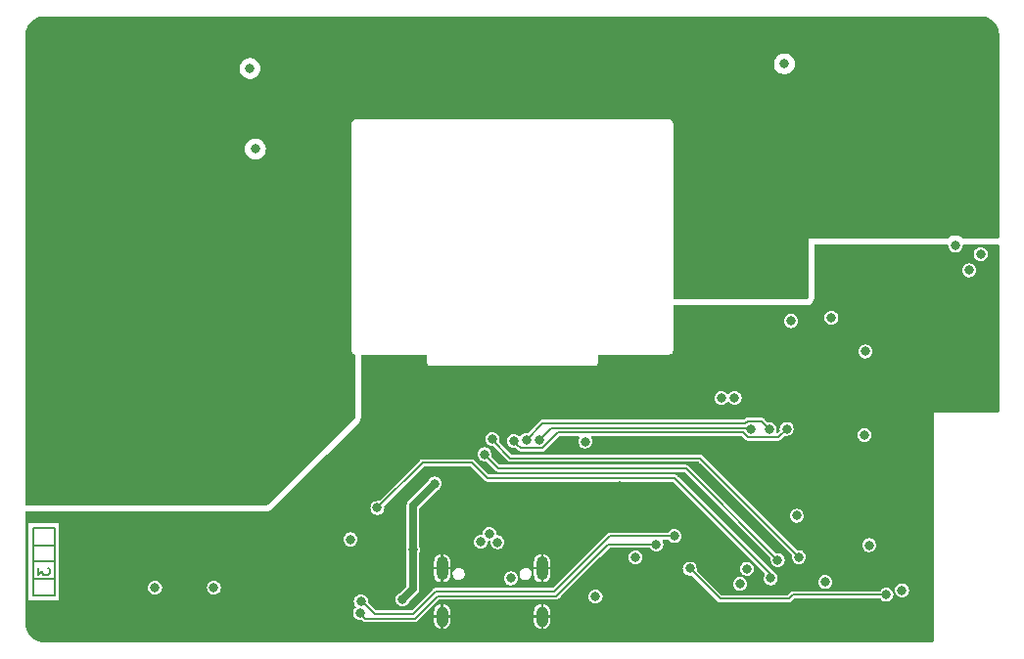
<source format=gbr>
%TF.GenerationSoftware,KiCad,Pcbnew,7.0.10*%
%TF.CreationDate,2024-02-06T19:30:05-08:00*%
%TF.ProjectId,main_board,6d61696e-5f62-46f6-9172-642e6b696361,rev?*%
%TF.SameCoordinates,Original*%
%TF.FileFunction,Copper,L2,Inr*%
%TF.FilePolarity,Positive*%
%FSLAX46Y46*%
G04 Gerber Fmt 4.6, Leading zero omitted, Abs format (unit mm)*
G04 Created by KiCad (PCBNEW 7.0.10) date 2024-02-06 19:30:05*
%MOMM*%
%LPD*%
G01*
G04 APERTURE LIST*
%TA.AperFunction,NonConductor*%
%ADD10C,0.200000*%
%TD*%
%ADD11C,0.200000*%
%TA.AperFunction,ComponentPad*%
%ADD12O,1.000000X2.100000*%
%TD*%
%TA.AperFunction,ComponentPad*%
%ADD13O,1.000000X1.800000*%
%TD*%
%TA.AperFunction,ViaPad*%
%ADD14C,0.800000*%
%TD*%
%TA.AperFunction,Conductor*%
%ADD15C,0.200000*%
%TD*%
%TA.AperFunction,Conductor*%
%ADD16C,0.700000*%
%TD*%
G04 APERTURE END LIST*
D10*
X2900000Y5900000D02*
X1050000Y5900000D01*
X2900000Y8750000D02*
X1050000Y8750000D01*
X2900000Y7375000D02*
X1050000Y7375000D01*
X1050000Y10300000D02*
X2900000Y10300000D01*
X2900000Y4450000D01*
X1050000Y4450000D01*
X1050000Y10300000D01*
D11*
D10*
X1467219Y6825565D02*
X1467219Y6206518D01*
X1467219Y6206518D02*
X1848171Y6539851D01*
X1848171Y6539851D02*
X1848171Y6396994D01*
X1848171Y6396994D02*
X1895790Y6301756D01*
X1895790Y6301756D02*
X1943409Y6254137D01*
X1943409Y6254137D02*
X2038647Y6206518D01*
X2038647Y6206518D02*
X2276742Y6206518D01*
X2276742Y6206518D02*
X2371980Y6254137D01*
X2371980Y6254137D02*
X2419600Y6301756D01*
X2419600Y6301756D02*
X2467219Y6396994D01*
X2467219Y6396994D02*
X2467219Y6682708D01*
X2467219Y6682708D02*
X2419600Y6777946D01*
X2419600Y6777946D02*
X2371980Y6825565D01*
D12*
%TO.N,GND*%
%TO.C,J1*%
X36430000Y6800000D03*
D13*
X36430000Y2620000D03*
D12*
X45070000Y6800000D03*
D13*
X45070000Y2620000D03*
%TD*%
D14*
%TO.N,Net-(M1-ECG_L)*%
X66025000Y50475000D03*
%TO.N,Net-(M1-ECG_R)*%
X19800000Y50087500D03*
%TO.N,+BATT*%
X66600000Y28200000D03*
X28500000Y9300000D03*
X48800000Y17775000D03*
%TO.N,+5V*%
X53150000Y7750000D03*
X42375000Y5925000D03*
%TO.N,/USB_D-*%
X61722000Y21550000D03*
X39775500Y9075000D03*
X41224500Y9050000D03*
%TO.N,/USB_D+*%
X40511876Y9774500D03*
X60579000Y21524500D03*
%TO.N,Net-(BT1--)*%
X16686875Y5100000D03*
X11600000Y5100000D03*
%TO.N,GND*%
X32137500Y10212500D03*
X54375000Y20075000D03*
X79375000Y34375000D03*
X69025000Y14700000D03*
X79900000Y23000000D03*
X44550498Y11649502D03*
X39000000Y17275000D03*
X41000000Y13200500D03*
X36150000Y12200000D03*
X66525000Y26675000D03*
X70425000Y14700000D03*
X26400000Y10300000D03*
X29400000Y7100000D03*
X77450000Y18100000D03*
X31700000Y15200000D03*
X38515052Y15149500D03*
X77400000Y28475000D03*
X69025000Y13300000D03*
X26400000Y11300000D03*
X53800000Y17400000D03*
X70425000Y13300000D03*
X51800000Y11950000D03*
X58550000Y20950000D03*
X71700000Y18699500D03*
X29200000Y5000000D03*
X68225000Y24625000D03*
X36100000Y15149500D03*
X51800000Y13900000D03*
X57425000Y5525000D03*
X77978000Y1143000D03*
X83450000Y21800000D03*
%TO.N,GNDA*%
X24175000Y17650000D03*
X25100000Y17300000D03*
X23150000Y17325000D03*
X63400000Y32900000D03*
X63350000Y31800000D03*
X63300000Y30700000D03*
X64900000Y34400000D03*
%TO.N,/~{TOUCH}*%
X76200000Y4900000D03*
X83000000Y34000000D03*
%TO.N,/~{DISPLAY_CS}*%
X63150000Y18850000D03*
X44833372Y17926531D03*
%TO.N,/DISPLAY_D{slash}~{C}*%
X66225000Y18875000D03*
X42625118Y17815552D03*
%TO.N,/DISPLAY_SCK*%
X40768245Y18000000D03*
X67275000Y7775000D03*
%TO.N,/ECG_EN*%
X80800000Y34725000D03*
X73350000Y8800000D03*
%TO.N,/CHG_STAT*%
X30825000Y12025000D03*
X64850000Y5925000D03*
%TO.N,/VBUS_DETECT*%
X57842775Y6773982D03*
X74850000Y4500000D03*
%TO.N,/BATT_SCL*%
X54950000Y8875500D03*
X29321224Y2913999D03*
X62195000Y5450000D03*
%TO.N,/DISPLAY_MOSI*%
X40075000Y16675000D03*
X65450000Y7525000D03*
%TO.N,/EN*%
X49700000Y4350000D03*
X72950000Y18350000D03*
%TO.N,/ECG_CLK_EN*%
X82000000Y32600000D03*
X69550000Y5600000D03*
%TO.N,Net-(M1-RLD_OUT)*%
X20275000Y43100000D03*
%TO.N,/BATT_SDA*%
X62782500Y6757500D03*
X56499000Y9575000D03*
X29400000Y3939500D03*
%TO.N,VDD*%
X33000000Y4100000D03*
X35800000Y14137000D03*
X33910500Y8400000D03*
%TO.N,/ECG_CS*%
X70100000Y28500000D03*
X73025000Y25575000D03*
X67100000Y11350000D03*
%TO.N,/DISPLAY_RESET*%
X64735000Y18850000D03*
X43700000Y17924500D03*
%TD*%
D15*
%TO.N,/~{DISPLAY_CS}*%
X45856841Y18950000D02*
X44833372Y17926531D01*
X63150000Y18850000D02*
X63050000Y18950000D01*
X63050000Y18950000D02*
X45856841Y18950000D01*
%TO.N,/DISPLAY_D{slash}~{C}*%
X62460050Y18550000D02*
X46446791Y18550000D01*
X42924500Y17510050D02*
X42924500Y17516170D01*
X66225000Y18875000D02*
X65500000Y18150000D01*
X62860050Y18150000D02*
X62460050Y18550000D01*
X43209550Y17225000D02*
X42924500Y17510050D01*
X65500000Y18150000D02*
X62860050Y18150000D01*
X46446791Y18550000D02*
X45121791Y17225000D01*
X42924500Y17516170D02*
X42625118Y17815552D01*
X45121791Y17225000D02*
X43209550Y17225000D01*
%TO.N,/DISPLAY_SCK*%
X67275000Y7775000D02*
X58725000Y16325000D01*
X40768245Y17881755D02*
X40768245Y18000000D01*
X42325000Y16325000D02*
X40768245Y17881755D01*
X58725000Y16325000D02*
X42325000Y16325000D01*
%TO.N,/CHG_STAT*%
X40350000Y14600000D02*
X39025000Y15925000D01*
X64850000Y6300000D02*
X56550000Y14600000D01*
X34725000Y15925000D02*
X30825000Y12025000D01*
X56550000Y14600000D02*
X40350000Y14600000D01*
X64850000Y5925000D02*
X64850000Y6300000D01*
X39025000Y15925000D02*
X34725000Y15925000D01*
%TO.N,/VBUS_DETECT*%
X57842775Y6773982D02*
X60466757Y4150000D01*
X60466757Y4150000D02*
X66440000Y4150000D01*
X66790000Y4500000D02*
X74850000Y4500000D01*
X66440000Y4150000D02*
X66790000Y4500000D01*
%TO.N,/BATT_SCL*%
X46300000Y4400000D02*
X36034500Y4400000D01*
X54950000Y8875500D02*
X50775500Y8875500D01*
X34084500Y2450000D02*
X29785223Y2450000D01*
X29785223Y2450000D02*
X29321224Y2913999D01*
X36034500Y4400000D02*
X34084500Y2450000D01*
X50775500Y8875500D02*
X46300000Y4400000D01*
%TO.N,/DISPLAY_MOSI*%
X57525000Y15450000D02*
X65450000Y7525000D01*
X41300000Y15450000D02*
X57525000Y15450000D01*
X40075000Y16675000D02*
X41300000Y15450000D01*
%TO.N,/BATT_SDA*%
X50909314Y9575000D02*
X46134314Y4800000D01*
X56499000Y9575000D02*
X50909314Y9575000D01*
X29552748Y3939500D02*
X29400000Y3939500D01*
X30642248Y2850000D02*
X29552748Y3939500D01*
X46134314Y4800000D02*
X35868814Y4800000D01*
X33918814Y2850000D02*
X30642248Y2850000D01*
X35868814Y4800000D02*
X33918814Y2850000D01*
D16*
%TO.N,VDD*%
X33910500Y12247500D02*
X35800000Y14137000D01*
X33000000Y4100000D02*
X33910500Y5010500D01*
X33910500Y5010500D02*
X33910500Y12247500D01*
D15*
%TO.N,/DISPLAY_RESET*%
X43700000Y17924500D02*
X45125500Y19350000D01*
X62860050Y19550000D02*
X64035000Y19550000D01*
X62660050Y19350000D02*
X62860050Y19550000D01*
X64035000Y19550000D02*
X64735000Y18850000D01*
X45125500Y19350000D02*
X62660050Y19350000D01*
%TD*%
%TA.AperFunction,Conductor*%
%TO.N,GND*%
G36*
X80155354Y34825593D02*
G01*
X80191318Y34776093D01*
X80195315Y34732579D01*
X80194318Y34725000D01*
X80194318Y34724998D01*
X80214955Y34568242D01*
X80214957Y34568234D01*
X80275462Y34422162D01*
X80275462Y34422161D01*
X80367020Y34302840D01*
X80371718Y34296718D01*
X80497159Y34200464D01*
X80497160Y34200464D01*
X80497161Y34200463D01*
X80602665Y34156762D01*
X80643238Y34139956D01*
X80760809Y34124478D01*
X80799999Y34119318D01*
X80800000Y34119318D01*
X80800001Y34119318D01*
X80831352Y34123446D01*
X80956762Y34139956D01*
X81102841Y34200464D01*
X81228282Y34296718D01*
X81324536Y34422159D01*
X81385044Y34568238D01*
X81405682Y34725000D01*
X81404684Y34732578D01*
X81415833Y34792736D01*
X81460214Y34834855D01*
X81502837Y34844500D01*
X84500500Y34844500D01*
X84558691Y34825593D01*
X84594655Y34776093D01*
X84599500Y34745500D01*
X84599500Y20399000D01*
X84580593Y20340809D01*
X84531093Y20304845D01*
X84500500Y20300000D01*
X78925000Y20300000D01*
X78925000Y20299999D01*
X78925000Y499500D01*
X78906093Y441309D01*
X78856593Y405345D01*
X78826000Y400500D01*
X2003540Y400500D01*
X1996477Y400752D01*
X1779430Y416276D01*
X1765449Y418286D01*
X1556284Y463787D01*
X1542731Y467767D01*
X1342174Y542571D01*
X1329334Y548435D01*
X1141458Y651023D01*
X1129582Y658655D01*
X958218Y786937D01*
X947543Y796186D01*
X796185Y947544D01*
X786936Y958219D01*
X658654Y1129583D01*
X651024Y1141455D01*
X548431Y1329341D01*
X542574Y1342167D01*
X467764Y1542739D01*
X463788Y1556279D01*
X418283Y1765460D01*
X416276Y1779423D01*
X400752Y1996478D01*
X400500Y2003540D01*
X400500Y2913999D01*
X28715542Y2913999D01*
X28736179Y2757241D01*
X28736181Y2757233D01*
X28796686Y2611161D01*
X28796686Y2611160D01*
X28892937Y2485723D01*
X28892942Y2485717D01*
X29018383Y2389463D01*
X29164462Y2328955D01*
X29282033Y2313477D01*
X29321223Y2308317D01*
X29321224Y2308317D01*
X29432508Y2322968D01*
X29492667Y2311818D01*
X29515433Y2294819D01*
X29526659Y2283593D01*
X29534760Y2272353D01*
X29535739Y2273091D01*
X29541267Y2265770D01*
X29575947Y2234155D01*
X29579255Y2230997D01*
X29592426Y2217826D01*
X29592518Y2217763D01*
X29603265Y2209250D01*
X29624285Y2190087D01*
X29624287Y2190086D01*
X29624290Y2190084D01*
X29633456Y2186533D01*
X29653635Y2175897D01*
X29661743Y2170343D01*
X29689438Y2163829D01*
X29702519Y2159778D01*
X29729050Y2149500D01*
X29738875Y2149500D01*
X29761539Y2146871D01*
X29771104Y2144621D01*
X29798868Y2148494D01*
X29799277Y2148551D01*
X29812954Y2149500D01*
X34019336Y2149500D01*
X34033011Y2147268D01*
X34033183Y2148494D01*
X34042264Y2147228D01*
X34042265Y2147227D01*
X34042265Y2147228D01*
X34042266Y2147227D01*
X34089142Y2149394D01*
X34093714Y2149500D01*
X34112342Y2149500D01*
X34112344Y2149500D01*
X34112448Y2149520D01*
X34126071Y2151102D01*
X34154492Y2152415D01*
X34163476Y2156383D01*
X34185277Y2163135D01*
X34194933Y2164939D01*
X34215460Y2177649D01*
X35730000Y2177649D01*
X35745348Y2051252D01*
X35745351Y2051242D01*
X35805626Y1892310D01*
X35805628Y1892307D01*
X35902194Y1752406D01*
X35902199Y1752400D01*
X36029431Y1639682D01*
X36179952Y1560683D01*
X36179955Y1560682D01*
X36329999Y1523699D01*
X36330000Y1523699D01*
X36330000Y1936546D01*
X36401840Y1916105D01*
X36513521Y1926454D01*
X36530000Y1934660D01*
X36530000Y1523699D01*
X36680044Y1560682D01*
X36680047Y1560683D01*
X36830568Y1639682D01*
X36830569Y1639682D01*
X36957800Y1752400D01*
X36957805Y1752406D01*
X37054371Y1892307D01*
X37054373Y1892310D01*
X37114648Y2051242D01*
X37114651Y2051252D01*
X37129999Y2177649D01*
X44370000Y2177649D01*
X44385348Y2051252D01*
X44385351Y2051242D01*
X44445626Y1892310D01*
X44445628Y1892307D01*
X44542194Y1752406D01*
X44542199Y1752400D01*
X44669431Y1639682D01*
X44819952Y1560683D01*
X44819955Y1560682D01*
X44969999Y1523699D01*
X44970000Y1523699D01*
X44970000Y1936546D01*
X45041840Y1916105D01*
X45153521Y1926454D01*
X45170000Y1934660D01*
X45170000Y1523699D01*
X45320044Y1560682D01*
X45320047Y1560683D01*
X45470568Y1639682D01*
X45470569Y1639682D01*
X45597800Y1752400D01*
X45597805Y1752406D01*
X45694371Y1892307D01*
X45694373Y1892310D01*
X45754648Y2051242D01*
X45754651Y2051252D01*
X45769999Y2177649D01*
X45770000Y2177666D01*
X45770000Y2519999D01*
X45769999Y2520000D01*
X45370000Y2520000D01*
X45370000Y2720000D01*
X45769999Y2720000D01*
X45770000Y2720001D01*
X45770000Y3062335D01*
X45769999Y3062352D01*
X45754651Y3188749D01*
X45754648Y3188759D01*
X45694373Y3347691D01*
X45694371Y3347694D01*
X45597805Y3487595D01*
X45597800Y3487601D01*
X45470568Y3600319D01*
X45320046Y3679318D01*
X45170000Y3716302D01*
X45170000Y3303455D01*
X45098160Y3323895D01*
X44986479Y3313546D01*
X44970000Y3305341D01*
X44970000Y3716302D01*
X44819953Y3679318D01*
X44819952Y3679318D01*
X44669431Y3600319D01*
X44669430Y3600319D01*
X44542199Y3487601D01*
X44542194Y3487595D01*
X44445628Y3347694D01*
X44445626Y3347691D01*
X44385351Y3188759D01*
X44385348Y3188749D01*
X44370000Y3062352D01*
X44370000Y2720001D01*
X44370001Y2720000D01*
X44770000Y2720000D01*
X44770000Y2520000D01*
X44370001Y2520000D01*
X44370000Y2519999D01*
X44370000Y2177649D01*
X37129999Y2177649D01*
X37130000Y2177666D01*
X37130000Y2519999D01*
X37129999Y2520000D01*
X36730000Y2520000D01*
X36730000Y2720000D01*
X37129999Y2720000D01*
X37130000Y2720001D01*
X37130000Y3062335D01*
X37129999Y3062352D01*
X37114651Y3188749D01*
X37114648Y3188759D01*
X37054373Y3347691D01*
X37054371Y3347694D01*
X36957805Y3487595D01*
X36957800Y3487601D01*
X36830568Y3600319D01*
X36680046Y3679318D01*
X36530000Y3716302D01*
X36530000Y3303455D01*
X36458160Y3323895D01*
X36346479Y3313546D01*
X36330000Y3305341D01*
X36330000Y3716302D01*
X36179953Y3679318D01*
X36179952Y3679318D01*
X36029431Y3600319D01*
X36029430Y3600319D01*
X35902199Y3487601D01*
X35902194Y3487595D01*
X35805628Y3347694D01*
X35805626Y3347691D01*
X35745351Y3188759D01*
X35745348Y3188749D01*
X35730000Y3062352D01*
X35730000Y2720001D01*
X35730001Y2720000D01*
X36130000Y2720000D01*
X36130000Y2520000D01*
X35730001Y2520000D01*
X35730000Y2519999D01*
X35730000Y2177649D01*
X34215460Y2177649D01*
X34219118Y2179914D01*
X34231228Y2186299D01*
X34257265Y2197794D01*
X34264209Y2204740D01*
X34282101Y2218911D01*
X34290452Y2224081D01*
X34307589Y2246777D01*
X34316582Y2257113D01*
X36129975Y4070504D01*
X36184492Y4098281D01*
X36199979Y4099500D01*
X46234836Y4099500D01*
X46248511Y4097268D01*
X46248683Y4098494D01*
X46257764Y4097228D01*
X46257765Y4097227D01*
X46257765Y4097228D01*
X46257766Y4097227D01*
X46304642Y4099394D01*
X46309214Y4099500D01*
X46327842Y4099500D01*
X46327844Y4099500D01*
X46327948Y4099520D01*
X46341571Y4101102D01*
X46369992Y4102415D01*
X46378976Y4106383D01*
X46400777Y4113135D01*
X46410433Y4114939D01*
X46434618Y4129914D01*
X46446728Y4136299D01*
X46472765Y4147794D01*
X46479709Y4154740D01*
X46497601Y4168911D01*
X46505952Y4174081D01*
X46523089Y4196777D01*
X46532082Y4207113D01*
X46674969Y4350000D01*
X49094318Y4350000D01*
X49114955Y4193242D01*
X49114957Y4193234D01*
X49175462Y4047162D01*
X49175462Y4047161D01*
X49271713Y3921724D01*
X49271718Y3921718D01*
X49271722Y3921715D01*
X49271723Y3921714D01*
X49276790Y3917826D01*
X49397159Y3825464D01*
X49397160Y3825464D01*
X49397161Y3825463D01*
X49500318Y3782734D01*
X49543238Y3764956D01*
X49660809Y3749478D01*
X49699999Y3744318D01*
X49700000Y3744318D01*
X49700001Y3744318D01*
X49731352Y3748446D01*
X49856762Y3764956D01*
X50002841Y3825464D01*
X50128282Y3921718D01*
X50224536Y4047159D01*
X50285044Y4193238D01*
X50305682Y4350000D01*
X50285044Y4506762D01*
X50277679Y4524543D01*
X50224537Y4652839D01*
X50224537Y4652840D01*
X50128286Y4778277D01*
X50128285Y4778278D01*
X50128282Y4778282D01*
X50128277Y4778286D01*
X50128276Y4778287D01*
X50002838Y4874538D01*
X49856766Y4935043D01*
X49856758Y4935045D01*
X49700001Y4955682D01*
X49699999Y4955682D01*
X49543241Y4935045D01*
X49543233Y4935043D01*
X49397161Y4874538D01*
X49397160Y4874538D01*
X49271723Y4778287D01*
X49271713Y4778277D01*
X49175462Y4652840D01*
X49175462Y4652839D01*
X49114957Y4506767D01*
X49114955Y4506759D01*
X49094318Y4350001D01*
X49094318Y4350000D01*
X46674969Y4350000D01*
X49098952Y6773982D01*
X57237093Y6773982D01*
X57257730Y6617224D01*
X57257732Y6617216D01*
X57318237Y6471144D01*
X57318237Y6471143D01*
X57366749Y6407921D01*
X57414493Y6345700D01*
X57539934Y6249446D01*
X57539935Y6249446D01*
X57539936Y6249445D01*
X57645589Y6205682D01*
X57686013Y6188938D01*
X57803584Y6173460D01*
X57842774Y6168300D01*
X57842775Y6168300D01*
X57954059Y6182951D01*
X58014218Y6171801D01*
X58036984Y6154802D01*
X60208193Y3983593D01*
X60216294Y3972353D01*
X60217273Y3973091D01*
X60222801Y3965770D01*
X60257481Y3934155D01*
X60260789Y3930997D01*
X60273960Y3917826D01*
X60274052Y3917763D01*
X60284799Y3909250D01*
X60305821Y3890086D01*
X60305822Y3890086D01*
X60305824Y3890084D01*
X60314982Y3886537D01*
X60335169Y3875897D01*
X60343276Y3870343D01*
X60370967Y3863831D01*
X60384052Y3859779D01*
X60401747Y3852924D01*
X60406443Y3851104D01*
X60410584Y3849500D01*
X60420409Y3849500D01*
X60443073Y3846871D01*
X60452638Y3844621D01*
X60480402Y3848494D01*
X60480811Y3848551D01*
X60494488Y3849500D01*
X66374836Y3849500D01*
X66388511Y3847268D01*
X66388683Y3848494D01*
X66397764Y3847228D01*
X66397765Y3847227D01*
X66397765Y3847228D01*
X66397766Y3847227D01*
X66444642Y3849394D01*
X66449214Y3849500D01*
X66467842Y3849500D01*
X66467844Y3849500D01*
X66467948Y3849520D01*
X66481571Y3851102D01*
X66509992Y3852415D01*
X66518976Y3856383D01*
X66540777Y3863135D01*
X66550433Y3864939D01*
X66574618Y3879914D01*
X66586728Y3886299D01*
X66612765Y3897794D01*
X66619709Y3904740D01*
X66637601Y3918911D01*
X66645952Y3924081D01*
X66663092Y3946781D01*
X66672086Y3957117D01*
X66885475Y4170504D01*
X66939991Y4198281D01*
X66955478Y4199500D01*
X74274846Y4199500D01*
X74333037Y4180593D01*
X74353388Y4160767D01*
X74402886Y4096260D01*
X74421718Y4071718D01*
X74547159Y3975464D01*
X74547160Y3975464D01*
X74547161Y3975463D01*
X74693233Y3914958D01*
X74693238Y3914956D01*
X74810809Y3899478D01*
X74849999Y3894318D01*
X74850000Y3894318D01*
X74850001Y3894318D01*
X74881352Y3898446D01*
X75006762Y3914956D01*
X75152841Y3975464D01*
X75278282Y4071718D01*
X75374536Y4197159D01*
X75435044Y4343238D01*
X75455682Y4500000D01*
X75435044Y4656762D01*
X75401329Y4738158D01*
X75374537Y4802839D01*
X75374537Y4802840D01*
X75299984Y4900000D01*
X75594318Y4900000D01*
X75614955Y4743242D01*
X75614957Y4743234D01*
X75675462Y4597162D01*
X75675462Y4597161D01*
X75771713Y4471724D01*
X75771718Y4471718D01*
X75897159Y4375464D01*
X75897160Y4375464D01*
X75897161Y4375463D01*
X75974959Y4343238D01*
X76043238Y4314956D01*
X76160809Y4299478D01*
X76199999Y4294318D01*
X76200000Y4294318D01*
X76200001Y4294318D01*
X76231352Y4298446D01*
X76356762Y4314956D01*
X76502841Y4375464D01*
X76628282Y4471718D01*
X76724536Y4597159D01*
X76785044Y4743238D01*
X76805682Y4900000D01*
X76785044Y5056762D01*
X76766883Y5100606D01*
X76724537Y5202839D01*
X76724537Y5202840D01*
X76628286Y5328277D01*
X76628285Y5328278D01*
X76628282Y5328282D01*
X76628277Y5328286D01*
X76628276Y5328287D01*
X76557104Y5382899D01*
X76502841Y5424536D01*
X76502840Y5424537D01*
X76502838Y5424538D01*
X76356766Y5485043D01*
X76356758Y5485045D01*
X76200001Y5505682D01*
X76199999Y5505682D01*
X76043241Y5485045D01*
X76043233Y5485043D01*
X75897161Y5424538D01*
X75897160Y5424538D01*
X75771723Y5328287D01*
X75771713Y5328277D01*
X75675462Y5202840D01*
X75675462Y5202839D01*
X75614957Y5056767D01*
X75614955Y5056759D01*
X75594318Y4900001D01*
X75594318Y4900000D01*
X75299984Y4900000D01*
X75278286Y4928277D01*
X75278285Y4928278D01*
X75278282Y4928282D01*
X75278277Y4928286D01*
X75278276Y4928287D01*
X75165323Y5014958D01*
X75152841Y5024536D01*
X75152840Y5024537D01*
X75152838Y5024538D01*
X75006766Y5085043D01*
X75006758Y5085045D01*
X74850001Y5105682D01*
X74849999Y5105682D01*
X74693241Y5085045D01*
X74693233Y5085043D01*
X74547161Y5024538D01*
X74547160Y5024538D01*
X74421723Y4928287D01*
X74421713Y4928277D01*
X74353388Y4839233D01*
X74302963Y4804577D01*
X74274846Y4800500D01*
X69588254Y4800500D01*
X69554688Y4811406D01*
X69511746Y4800500D01*
X66855165Y4800500D01*
X66841489Y4802733D01*
X66841318Y4801506D01*
X66832234Y4802774D01*
X66785359Y4800606D01*
X66780787Y4800500D01*
X66762152Y4800500D01*
X66762029Y4800477D01*
X66748419Y4798899D01*
X66720011Y4797586D01*
X66720007Y4797585D01*
X66711013Y4793614D01*
X66689228Y4786868D01*
X66679571Y4785063D01*
X66679565Y4785061D01*
X66655381Y4770087D01*
X66643259Y4763698D01*
X66617238Y4752208D01*
X66617231Y4752204D01*
X66610286Y4745258D01*
X66592406Y4731095D01*
X66584048Y4725920D01*
X66566904Y4703218D01*
X66557906Y4692879D01*
X66344526Y4479497D01*
X66290009Y4451719D01*
X66274522Y4450500D01*
X60632236Y4450500D01*
X60574045Y4469407D01*
X60562232Y4479496D01*
X59591728Y5450000D01*
X61589318Y5450000D01*
X61609955Y5293242D01*
X61609957Y5293234D01*
X61670462Y5147162D01*
X61670462Y5147161D01*
X61766713Y5021724D01*
X61766718Y5021718D01*
X61892159Y4925464D01*
X61892160Y4925464D01*
X61892161Y4925463D01*
X61953632Y4900001D01*
X62038238Y4864956D01*
X62155809Y4849478D01*
X62194999Y4844318D01*
X62195000Y4844318D01*
X62195001Y4844318D01*
X62226352Y4848446D01*
X62351762Y4864956D01*
X62497841Y4925464D01*
X62623282Y5021718D01*
X62719536Y5147159D01*
X62780044Y5293238D01*
X62800682Y5450000D01*
X62780044Y5606762D01*
X62747619Y5685043D01*
X62719537Y5752839D01*
X62719537Y5752840D01*
X62623286Y5878277D01*
X62623285Y5878278D01*
X62623282Y5878282D01*
X62623277Y5878286D01*
X62623276Y5878287D01*
X62497838Y5974538D01*
X62351766Y6035043D01*
X62351758Y6035045D01*
X62195001Y6055682D01*
X62194999Y6055682D01*
X62038241Y6035045D01*
X62038233Y6035043D01*
X61892161Y5974538D01*
X61892160Y5974538D01*
X61766723Y5878287D01*
X61766713Y5878277D01*
X61670462Y5752840D01*
X61670462Y5752839D01*
X61609957Y5606767D01*
X61609955Y5606759D01*
X61589318Y5450001D01*
X61589318Y5450000D01*
X59591728Y5450000D01*
X58461955Y6579773D01*
X58434178Y6634290D01*
X58433806Y6662699D01*
X58445724Y6753219D01*
X58446288Y6757500D01*
X62176818Y6757500D01*
X62197455Y6600742D01*
X62197457Y6600734D01*
X62257962Y6454662D01*
X62257962Y6454661D01*
X62354213Y6329224D01*
X62354218Y6329218D01*
X62479659Y6232964D01*
X62479660Y6232964D01*
X62479661Y6232963D01*
X62595348Y6185044D01*
X62625738Y6172456D01*
X62743309Y6156978D01*
X62782499Y6151818D01*
X62782500Y6151818D01*
X62782501Y6151818D01*
X62813852Y6155946D01*
X62939262Y6172456D01*
X63085341Y6232964D01*
X63210782Y6329218D01*
X63307036Y6454659D01*
X63367544Y6600738D01*
X63388182Y6757500D01*
X63367544Y6914262D01*
X63307037Y7060339D01*
X63307037Y7060340D01*
X63210786Y7185777D01*
X63210785Y7185778D01*
X63210782Y7185782D01*
X63210777Y7185786D01*
X63210776Y7185787D01*
X63126488Y7250463D01*
X63085341Y7282036D01*
X63085340Y7282037D01*
X63085338Y7282038D01*
X62939266Y7342543D01*
X62939258Y7342545D01*
X62782501Y7363182D01*
X62782499Y7363182D01*
X62625741Y7342545D01*
X62625733Y7342543D01*
X62479661Y7282038D01*
X62479660Y7282038D01*
X62354223Y7185787D01*
X62354213Y7185777D01*
X62257962Y7060340D01*
X62257962Y7060339D01*
X62197457Y6914267D01*
X62197455Y6914259D01*
X62176818Y6757501D01*
X62176818Y6757500D01*
X58446288Y6757500D01*
X58448457Y6773982D01*
X58427819Y6930744D01*
X58424003Y6939956D01*
X58367312Y7076821D01*
X58367312Y7076822D01*
X58271061Y7202259D01*
X58271060Y7202260D01*
X58271057Y7202264D01*
X58271052Y7202268D01*
X58271051Y7202269D01*
X58145613Y7298520D01*
X57999541Y7359025D01*
X57999533Y7359027D01*
X57842776Y7379664D01*
X57842774Y7379664D01*
X57686016Y7359027D01*
X57686008Y7359025D01*
X57539936Y7298520D01*
X57539935Y7298520D01*
X57414498Y7202269D01*
X57414488Y7202259D01*
X57318237Y7076822D01*
X57318237Y7076821D01*
X57257732Y6930749D01*
X57257730Y6930741D01*
X57237093Y6773983D01*
X57237093Y6773982D01*
X49098952Y6773982D01*
X50074971Y7750000D01*
X52544318Y7750000D01*
X52564955Y7593242D01*
X52564957Y7593234D01*
X52625462Y7447162D01*
X52625462Y7447161D01*
X52705738Y7342543D01*
X52721718Y7321718D01*
X52847159Y7225464D01*
X52847160Y7225464D01*
X52847161Y7225463D01*
X52982707Y7169318D01*
X52993238Y7164956D01*
X53110809Y7149478D01*
X53149999Y7144318D01*
X53150000Y7144318D01*
X53150001Y7144318D01*
X53181352Y7148446D01*
X53306762Y7164956D01*
X53452841Y7225464D01*
X53578282Y7321718D01*
X53674536Y7447159D01*
X53735044Y7593238D01*
X53755682Y7750000D01*
X53735044Y7906762D01*
X53674537Y8052839D01*
X53674537Y8052840D01*
X53578286Y8178277D01*
X53578285Y8178278D01*
X53578282Y8178282D01*
X53578277Y8178286D01*
X53578276Y8178287D01*
X53493624Y8243242D01*
X53452841Y8274536D01*
X53452840Y8274537D01*
X53452838Y8274538D01*
X53306766Y8335043D01*
X53306758Y8335045D01*
X53150001Y8355682D01*
X53149999Y8355682D01*
X52993241Y8335045D01*
X52993233Y8335043D01*
X52847161Y8274538D01*
X52847160Y8274538D01*
X52721723Y8178287D01*
X52721713Y8178277D01*
X52625462Y8052840D01*
X52625462Y8052839D01*
X52564957Y7906767D01*
X52564955Y7906759D01*
X52544318Y7750001D01*
X52544318Y7750000D01*
X50074971Y7750000D01*
X50870975Y8546004D01*
X50925492Y8573781D01*
X50940979Y8575000D01*
X54374846Y8575000D01*
X54433037Y8556093D01*
X54453388Y8536267D01*
X54508107Y8464956D01*
X54521718Y8447218D01*
X54647159Y8350964D01*
X54647160Y8350964D01*
X54647161Y8350963D01*
X54771312Y8299538D01*
X54793238Y8290456D01*
X54907114Y8275464D01*
X54949999Y8269818D01*
X54950000Y8269818D01*
X54950001Y8269818D01*
X54992878Y8275463D01*
X55106762Y8290456D01*
X55252841Y8350964D01*
X55378282Y8447218D01*
X55474536Y8572659D01*
X55535044Y8718738D01*
X55555682Y8875500D01*
X55535044Y9032262D01*
X55527505Y9050463D01*
X55491406Y9137615D01*
X55486605Y9198611D01*
X55518575Y9250780D01*
X55575103Y9274195D01*
X55582870Y9274500D01*
X55923846Y9274500D01*
X55982037Y9255593D01*
X56002388Y9235767D01*
X56070713Y9146724D01*
X56070718Y9146718D01*
X56196159Y9050464D01*
X56196160Y9050464D01*
X56196161Y9050463D01*
X56324848Y8997159D01*
X56342238Y8989956D01*
X56459809Y8974478D01*
X56498999Y8969318D01*
X56499000Y8969318D01*
X56499001Y8969318D01*
X56530352Y8973446D01*
X56655762Y8989956D01*
X56801841Y9050464D01*
X56927282Y9146718D01*
X57023536Y9272159D01*
X57084044Y9418238D01*
X57104682Y9575000D01*
X57084044Y9731762D01*
X57023537Y9877839D01*
X57023537Y9877840D01*
X56927286Y10003277D01*
X56927285Y10003278D01*
X56927282Y10003282D01*
X56927277Y10003286D01*
X56927276Y10003287D01*
X56801838Y10099538D01*
X56655766Y10160043D01*
X56655758Y10160045D01*
X56499001Y10180682D01*
X56498999Y10180682D01*
X56342241Y10160045D01*
X56342233Y10160043D01*
X56196161Y10099538D01*
X56196160Y10099538D01*
X56070723Y10003287D01*
X56070713Y10003277D01*
X56002388Y9914233D01*
X55951963Y9879577D01*
X55923846Y9875500D01*
X50974479Y9875500D01*
X50960803Y9877733D01*
X50960632Y9876506D01*
X50951548Y9877774D01*
X50904673Y9875606D01*
X50900101Y9875500D01*
X50881466Y9875500D01*
X50881343Y9875477D01*
X50867733Y9873899D01*
X50839325Y9872586D01*
X50839321Y9872585D01*
X50830327Y9868614D01*
X50808542Y9861868D01*
X50798885Y9860063D01*
X50798879Y9860061D01*
X50774695Y9845087D01*
X50762573Y9838698D01*
X50736552Y9827208D01*
X50736545Y9827204D01*
X50729600Y9820258D01*
X50711720Y9806095D01*
X50703362Y9800920D01*
X50686221Y9778222D01*
X50677223Y9767882D01*
X46038839Y5129496D01*
X45984322Y5101719D01*
X45968835Y5100500D01*
X35933978Y5100500D01*
X35920302Y5102733D01*
X35920131Y5101506D01*
X35911047Y5102774D01*
X35864172Y5100606D01*
X35859600Y5100500D01*
X35840966Y5100500D01*
X35840843Y5100477D01*
X35827233Y5098899D01*
X35798823Y5097586D01*
X35789819Y5093611D01*
X35768040Y5086868D01*
X35758382Y5085063D01*
X35758380Y5085062D01*
X35734200Y5070091D01*
X35722080Y5063702D01*
X35696049Y5052207D01*
X35696048Y5052207D01*
X35689094Y5045253D01*
X35671217Y5031093D01*
X35662860Y5025919D01*
X35645723Y5003226D01*
X35636726Y4992886D01*
X33823339Y3179496D01*
X33768822Y3151719D01*
X33753335Y3150500D01*
X30807727Y3150500D01*
X30749536Y3169407D01*
X30737723Y3179496D01*
X30033683Y3883536D01*
X30005906Y3938053D01*
X30005542Y3940558D01*
X29985044Y4096262D01*
X29984208Y4098281D01*
X29983496Y4100000D01*
X32394318Y4100000D01*
X32414955Y3943242D01*
X32414957Y3943234D01*
X32475462Y3797162D01*
X32475462Y3797161D01*
X32565886Y3679318D01*
X32571718Y3671718D01*
X32697159Y3575464D01*
X32843238Y3514956D01*
X32960809Y3499478D01*
X32999999Y3494318D01*
X33000000Y3494318D01*
X33000001Y3494318D01*
X33031352Y3498446D01*
X33156762Y3514956D01*
X33302841Y3575464D01*
X33428282Y3671718D01*
X33524536Y3797159D01*
X33551543Y3862364D01*
X33573000Y3894478D01*
X34291955Y4613433D01*
X34294297Y4615696D01*
X34341544Y4659820D01*
X34363556Y4696021D01*
X34369254Y4704393D01*
X34394861Y4738158D01*
X34402229Y4756844D01*
X34409734Y4771955D01*
X34420172Y4789118D01*
X34431607Y4829935D01*
X34434829Y4839514D01*
X34450376Y4878935D01*
X34452429Y4898918D01*
X34455582Y4915502D01*
X34458374Y4925463D01*
X34461000Y4934835D01*
X34461000Y4977208D01*
X34461519Y4987331D01*
X34463153Y5003226D01*
X34465851Y5029471D01*
X34462439Y5049262D01*
X34461000Y5066081D01*
X34461000Y6207649D01*
X35730000Y6207649D01*
X35745348Y6081252D01*
X35745351Y6081242D01*
X35805626Y5922310D01*
X35805628Y5922307D01*
X35902194Y5782406D01*
X35902199Y5782400D01*
X36029431Y5669682D01*
X36179952Y5590683D01*
X36179955Y5590682D01*
X36329999Y5553699D01*
X36330000Y5553699D01*
X36330000Y5966546D01*
X36401840Y5946105D01*
X36513521Y5956454D01*
X36530000Y5964660D01*
X36530000Y5553699D01*
X36680044Y5590682D01*
X36680047Y5590683D01*
X36830568Y5669682D01*
X36830569Y5669682D01*
X36957800Y5782400D01*
X36957805Y5782406D01*
X37054371Y5922307D01*
X37054373Y5922310D01*
X37114648Y6081242D01*
X37114651Y6081252D01*
X37129999Y6207649D01*
X37130000Y6207666D01*
X37130000Y6263801D01*
X37330796Y6263801D01*
X37360184Y6122372D01*
X37360186Y6122364D01*
X37408939Y6028277D01*
X37426646Y5994105D01*
X37525245Y5888531D01*
X37648672Y5813474D01*
X37787772Y5774500D01*
X37787773Y5774500D01*
X37895943Y5774500D01*
X37895949Y5774500D01*
X38003111Y5789229D01*
X38135609Y5846781D01*
X38231752Y5925000D01*
X41769318Y5925000D01*
X41789955Y5768242D01*
X41789957Y5768234D01*
X41850462Y5622162D01*
X41850462Y5622161D01*
X41946713Y5496724D01*
X41946718Y5496718D01*
X41946722Y5496715D01*
X41946723Y5496714D01*
X41961932Y5485044D01*
X42072159Y5400464D01*
X42218238Y5339956D01*
X42335809Y5324478D01*
X42374999Y5319318D01*
X42375000Y5319318D01*
X42375001Y5319318D01*
X42406352Y5323446D01*
X42531762Y5339956D01*
X42677841Y5400464D01*
X42803282Y5496718D01*
X42899536Y5622159D01*
X42960044Y5768238D01*
X42980682Y5925000D01*
X42977903Y5946105D01*
X42974160Y5974538D01*
X42965210Y6042521D01*
X42975392Y6097457D01*
X42961105Y6103896D01*
X42936220Y6139279D01*
X42899537Y6227839D01*
X42899537Y6227840D01*
X42871945Y6263799D01*
X43110796Y6263799D01*
X43124613Y6197305D01*
X43117940Y6136485D01*
X43115786Y6134116D01*
X43135175Y6123588D01*
X43151263Y6100988D01*
X43188936Y6028282D01*
X43206646Y5994105D01*
X43305245Y5888531D01*
X43428672Y5813474D01*
X43567772Y5774500D01*
X43567773Y5774500D01*
X43675943Y5774500D01*
X43675949Y5774500D01*
X43783111Y5789229D01*
X43915609Y5846781D01*
X44027665Y5937946D01*
X44110971Y6055963D01*
X44159346Y6192079D01*
X44160411Y6207649D01*
X44370000Y6207649D01*
X44385348Y6081252D01*
X44385351Y6081242D01*
X44445626Y5922310D01*
X44445628Y5922307D01*
X44542194Y5782406D01*
X44542199Y5782400D01*
X44669431Y5669682D01*
X44819952Y5590683D01*
X44819955Y5590682D01*
X44969999Y5553699D01*
X44970000Y5553699D01*
X44970000Y5966546D01*
X45041840Y5946105D01*
X45153521Y5956454D01*
X45170000Y5964660D01*
X45170000Y5553699D01*
X45320044Y5590682D01*
X45320047Y5590683D01*
X45470568Y5669682D01*
X45470569Y5669682D01*
X45597800Y5782400D01*
X45597805Y5782406D01*
X45694371Y5922307D01*
X45694373Y5922310D01*
X45754648Y6081242D01*
X45754651Y6081252D01*
X45769999Y6207649D01*
X45770000Y6207666D01*
X45770000Y6699999D01*
X45769999Y6700000D01*
X45370000Y6700000D01*
X45370000Y6900000D01*
X45769999Y6900000D01*
X45770000Y6900001D01*
X45770000Y7392335D01*
X45769999Y7392352D01*
X45754651Y7518749D01*
X45754648Y7518759D01*
X45694373Y7677691D01*
X45694371Y7677694D01*
X45597805Y7817595D01*
X45597800Y7817601D01*
X45470568Y7930319D01*
X45320046Y8009318D01*
X45170000Y8046302D01*
X45170000Y7633455D01*
X45098160Y7653895D01*
X44986479Y7643546D01*
X44970000Y7635341D01*
X44970000Y8046302D01*
X44819953Y8009318D01*
X44819952Y8009318D01*
X44669431Y7930319D01*
X44669430Y7930319D01*
X44542199Y7817601D01*
X44542194Y7817595D01*
X44445628Y7677694D01*
X44445626Y7677691D01*
X44385351Y7518759D01*
X44385348Y7518749D01*
X44370000Y7392352D01*
X44370000Y6900001D01*
X44370001Y6900000D01*
X44770000Y6900000D01*
X44770000Y6700000D01*
X44370001Y6700000D01*
X44370000Y6699999D01*
X44370000Y6207649D01*
X44160411Y6207649D01*
X44169204Y6336199D01*
X44167228Y6345706D01*
X44139815Y6477629D01*
X44139813Y6477637D01*
X44073355Y6605893D01*
X44073353Y6605896D01*
X44064964Y6614879D01*
X43974755Y6711469D01*
X43974754Y6711470D01*
X43851328Y6786526D01*
X43712228Y6825500D01*
X43604051Y6825500D01*
X43496888Y6810772D01*
X43364389Y6753219D01*
X43252334Y6662055D01*
X43169029Y6544038D01*
X43120653Y6407922D01*
X43110796Y6263803D01*
X43110796Y6263799D01*
X42871945Y6263799D01*
X42803286Y6353277D01*
X42803285Y6353278D01*
X42803282Y6353282D01*
X42803277Y6353286D01*
X42803276Y6353287D01*
X42677838Y6449538D01*
X42531766Y6510043D01*
X42531758Y6510045D01*
X42375001Y6530682D01*
X42374999Y6530682D01*
X42218241Y6510045D01*
X42218233Y6510043D01*
X42072161Y6449538D01*
X42072160Y6449538D01*
X41946723Y6353287D01*
X41946713Y6353277D01*
X41850462Y6227840D01*
X41850462Y6227839D01*
X41789957Y6081767D01*
X41789955Y6081759D01*
X41769318Y5925001D01*
X41769318Y5925000D01*
X38231752Y5925000D01*
X38247665Y5937946D01*
X38330971Y6055963D01*
X38379346Y6192079D01*
X38389204Y6336199D01*
X38387228Y6345706D01*
X38359815Y6477629D01*
X38359813Y6477637D01*
X38293355Y6605893D01*
X38293353Y6605896D01*
X38284964Y6614879D01*
X38194755Y6711469D01*
X38194754Y6711470D01*
X38071328Y6786526D01*
X37932228Y6825500D01*
X37824051Y6825500D01*
X37716888Y6810772D01*
X37584389Y6753219D01*
X37472334Y6662055D01*
X37389029Y6544038D01*
X37340653Y6407922D01*
X37330796Y6263803D01*
X37330796Y6263801D01*
X37130000Y6263801D01*
X37130000Y6699999D01*
X37129999Y6700000D01*
X36730000Y6700000D01*
X36730000Y6900000D01*
X37129999Y6900000D01*
X37130000Y6900001D01*
X37130000Y7392335D01*
X37129999Y7392352D01*
X37114651Y7518749D01*
X37114648Y7518759D01*
X37054373Y7677691D01*
X37054371Y7677694D01*
X36957805Y7817595D01*
X36957800Y7817601D01*
X36830568Y7930319D01*
X36680046Y8009318D01*
X36530000Y8046302D01*
X36530000Y7633455D01*
X36458160Y7653895D01*
X36346479Y7643546D01*
X36330000Y7635341D01*
X36330000Y8046302D01*
X36179953Y8009318D01*
X36179952Y8009318D01*
X36029431Y7930319D01*
X36029430Y7930319D01*
X35902199Y7817601D01*
X35902194Y7817595D01*
X35805628Y7677694D01*
X35805626Y7677691D01*
X35745351Y7518759D01*
X35745348Y7518749D01*
X35730000Y7392352D01*
X35730000Y6900001D01*
X35730001Y6900000D01*
X36130000Y6900000D01*
X36130000Y6700000D01*
X35730001Y6700000D01*
X35730000Y6699999D01*
X35730000Y6207649D01*
X34461000Y6207649D01*
X34461000Y8140150D01*
X34468536Y8178036D01*
X34468640Y8178287D01*
X34495544Y8243238D01*
X34516182Y8400000D01*
X34495544Y8556762D01*
X34495542Y8556768D01*
X34468536Y8621967D01*
X34461000Y8659852D01*
X34461000Y9075000D01*
X39169818Y9075000D01*
X39190455Y8918242D01*
X39190457Y8918234D01*
X39250962Y8772162D01*
X39250962Y8772161D01*
X39294857Y8714956D01*
X39347218Y8646718D01*
X39472659Y8550464D01*
X39472660Y8550464D01*
X39472661Y8550463D01*
X39601348Y8497159D01*
X39618738Y8489956D01*
X39736309Y8474478D01*
X39775499Y8469318D01*
X39775500Y8469318D01*
X39775501Y8469318D01*
X39806852Y8473446D01*
X39932262Y8489956D01*
X40078341Y8550464D01*
X40203782Y8646718D01*
X40300036Y8772159D01*
X40360544Y8918238D01*
X40381182Y9075000D01*
X40381182Y9075001D01*
X40382029Y9081433D01*
X40383801Y9081200D01*
X40400089Y9131328D01*
X40449589Y9167292D01*
X40493102Y9171290D01*
X40511876Y9168818D01*
X40511878Y9168819D01*
X40511880Y9168818D01*
X40518365Y9168818D01*
X40518365Y9166610D01*
X40568860Y9157255D01*
X40610981Y9112876D01*
X40619783Y9057330D01*
X40618818Y9049999D01*
X40639455Y8893242D01*
X40639457Y8893234D01*
X40699962Y8747162D01*
X40699962Y8747161D01*
X40796027Y8621967D01*
X40796218Y8621718D01*
X40921659Y8525464D01*
X40921660Y8525464D01*
X40921661Y8525463D01*
X41057207Y8469318D01*
X41067738Y8464956D01*
X41185309Y8449478D01*
X41224499Y8444318D01*
X41224500Y8444318D01*
X41224501Y8444318D01*
X41255852Y8448446D01*
X41381262Y8464956D01*
X41527341Y8525464D01*
X41652782Y8621718D01*
X41749036Y8747159D01*
X41809544Y8893238D01*
X41830182Y9050000D01*
X41809544Y9206762D01*
X41782455Y9272161D01*
X41749037Y9352839D01*
X41749037Y9352840D01*
X41652786Y9478277D01*
X41652785Y9478278D01*
X41652782Y9478282D01*
X41652777Y9478286D01*
X41652776Y9478287D01*
X41527338Y9574538D01*
X41381266Y9635043D01*
X41381258Y9635045D01*
X41224501Y9655682D01*
X41218011Y9655682D01*
X41218011Y9657885D01*
X41167485Y9667262D01*
X41125379Y9711655D01*
X41116594Y9767180D01*
X41116687Y9767882D01*
X41117558Y9774500D01*
X41096920Y9931262D01*
X41036413Y10077339D01*
X41036413Y10077340D01*
X40940162Y10202777D01*
X40940161Y10202778D01*
X40940158Y10202782D01*
X40940153Y10202786D01*
X40940152Y10202787D01*
X40814714Y10299038D01*
X40668642Y10359543D01*
X40668634Y10359545D01*
X40511877Y10380182D01*
X40511875Y10380182D01*
X40355117Y10359545D01*
X40355109Y10359543D01*
X40209037Y10299038D01*
X40209036Y10299038D01*
X40083599Y10202787D01*
X40083589Y10202777D01*
X39987338Y10077340D01*
X39987338Y10077339D01*
X39926833Y9931267D01*
X39926831Y9931259D01*
X39905347Y9768067D01*
X39903574Y9768301D01*
X39887287Y9718173D01*
X39837787Y9682209D01*
X39794273Y9678211D01*
X39775502Y9680682D01*
X39775499Y9680682D01*
X39618741Y9660045D01*
X39618733Y9660043D01*
X39472661Y9599538D01*
X39472660Y9599538D01*
X39347223Y9503287D01*
X39347213Y9503277D01*
X39250962Y9377840D01*
X39250962Y9377839D01*
X39190457Y9231767D01*
X39190455Y9231759D01*
X39169818Y9075001D01*
X39169818Y9075000D01*
X34461000Y9075000D01*
X34461000Y11978468D01*
X34479907Y12036659D01*
X34489990Y12048466D01*
X36005524Y13564001D01*
X36037636Y13585457D01*
X36102841Y13612464D01*
X36228282Y13708718D01*
X36324536Y13834159D01*
X36385044Y13980238D01*
X36405682Y14137000D01*
X36385044Y14293762D01*
X36364847Y14342523D01*
X36324537Y14439839D01*
X36324537Y14439840D01*
X36228286Y14565277D01*
X36228285Y14565278D01*
X36228282Y14565282D01*
X36228277Y14565286D01*
X36228276Y14565287D01*
X36102838Y14661538D01*
X35956766Y14722043D01*
X35956758Y14722045D01*
X35800001Y14742682D01*
X35799999Y14742682D01*
X35643241Y14722045D01*
X35643233Y14722043D01*
X35497161Y14661538D01*
X35497160Y14661538D01*
X35371723Y14565287D01*
X35371713Y14565277D01*
X35275464Y14439843D01*
X35248456Y14374640D01*
X35226996Y14342523D01*
X33529069Y12644596D01*
X33526640Y12642249D01*
X33479457Y12598181D01*
X33479455Y12598179D01*
X33457441Y12561981D01*
X33451742Y12553607D01*
X33426138Y12519842D01*
X33426138Y12519841D01*
X33418769Y12501157D01*
X33411265Y12486048D01*
X33400827Y12468882D01*
X33389394Y12428080D01*
X33386165Y12418476D01*
X33370623Y12379063D01*
X33370622Y12379059D01*
X33368568Y12359083D01*
X33365419Y12342510D01*
X33360000Y12323166D01*
X33360000Y12280800D01*
X33359481Y12270677D01*
X33355148Y12228527D01*
X33358560Y12208741D01*
X33360000Y12191918D01*
X33360000Y8659852D01*
X33352464Y8621967D01*
X33325457Y8556768D01*
X33325455Y8556759D01*
X33304818Y8400001D01*
X33304818Y8400000D01*
X33321956Y8269818D01*
X33325456Y8243238D01*
X33345719Y8194318D01*
X33352464Y8178036D01*
X33360000Y8140150D01*
X33360000Y5279533D01*
X33341093Y5221342D01*
X33331004Y5209529D01*
X32794478Y4673004D01*
X32762360Y4651544D01*
X32697160Y4624537D01*
X32571723Y4528287D01*
X32571713Y4528277D01*
X32475462Y4402840D01*
X32475462Y4402839D01*
X32414957Y4256767D01*
X32414955Y4256759D01*
X32394318Y4100001D01*
X32394318Y4100000D01*
X29983496Y4100000D01*
X29924537Y4242339D01*
X29924537Y4242340D01*
X29828286Y4367777D01*
X29828285Y4367778D01*
X29828282Y4367782D01*
X29828277Y4367786D01*
X29828276Y4367787D01*
X29757104Y4422399D01*
X29702841Y4464036D01*
X29702840Y4464037D01*
X29702838Y4464038D01*
X29556766Y4524543D01*
X29556758Y4524545D01*
X29400001Y4545182D01*
X29399999Y4545182D01*
X29243241Y4524545D01*
X29243233Y4524543D01*
X29097161Y4464038D01*
X29097160Y4464038D01*
X28971723Y4367787D01*
X28971713Y4367777D01*
X28875462Y4242340D01*
X28875462Y4242339D01*
X28814957Y4096267D01*
X28814955Y4096259D01*
X28794318Y3939501D01*
X28794318Y3939500D01*
X28814955Y3782742D01*
X28814957Y3782734D01*
X28875462Y3636662D01*
X28875462Y3636661D01*
X28963847Y3521475D01*
X28984271Y3463799D01*
X28966893Y3405133D01*
X28945573Y3382666D01*
X28892944Y3342283D01*
X28892937Y3342276D01*
X28796686Y3216839D01*
X28796686Y3216838D01*
X28736181Y3070766D01*
X28736179Y3070758D01*
X28715542Y2914000D01*
X28715542Y2913999D01*
X400500Y2913999D01*
X400500Y10750000D01*
X650000Y10750000D01*
X650000Y4050000D01*
X650001Y4050000D01*
X3299999Y4050000D01*
X3300000Y4050000D01*
X3300000Y5100000D01*
X10994318Y5100000D01*
X11014955Y4943242D01*
X11014957Y4943234D01*
X11075462Y4797162D01*
X11075463Y4797160D01*
X11075464Y4797159D01*
X11106406Y4756835D01*
X11155480Y4692879D01*
X11171718Y4671718D01*
X11297159Y4575464D01*
X11297160Y4575464D01*
X11297161Y4575463D01*
X11420093Y4524543D01*
X11443238Y4514956D01*
X11556833Y4500001D01*
X11599999Y4494318D01*
X11600000Y4494318D01*
X11600001Y4494318D01*
X11643167Y4500001D01*
X11756762Y4514956D01*
X11902841Y4575464D01*
X12028282Y4671718D01*
X12124536Y4797159D01*
X12185044Y4943238D01*
X12205682Y5100000D01*
X16081193Y5100000D01*
X16101830Y4943242D01*
X16101832Y4943234D01*
X16162337Y4797162D01*
X16162338Y4797160D01*
X16162339Y4797159D01*
X16193281Y4756835D01*
X16242355Y4692879D01*
X16258593Y4671718D01*
X16384034Y4575464D01*
X16384035Y4575464D01*
X16384036Y4575463D01*
X16506968Y4524543D01*
X16530113Y4514956D01*
X16643708Y4500001D01*
X16686874Y4494318D01*
X16686875Y4494318D01*
X16686876Y4494318D01*
X16730042Y4500001D01*
X16843637Y4514956D01*
X16989716Y4575464D01*
X17115157Y4671718D01*
X17211411Y4797159D01*
X17271919Y4943238D01*
X17292557Y5100000D01*
X17271919Y5256762D01*
X17256810Y5293238D01*
X17211412Y5402839D01*
X17211412Y5402840D01*
X17115161Y5528277D01*
X17115160Y5528278D01*
X17115157Y5528282D01*
X17115152Y5528286D01*
X17115151Y5528287D01*
X17043979Y5582899D01*
X16989716Y5624536D01*
X16989715Y5624537D01*
X16989713Y5624538D01*
X16843641Y5685043D01*
X16843633Y5685045D01*
X16686876Y5705682D01*
X16686874Y5705682D01*
X16530116Y5685045D01*
X16530108Y5685043D01*
X16384036Y5624538D01*
X16384035Y5624538D01*
X16258598Y5528287D01*
X16258588Y5528277D01*
X16162337Y5402840D01*
X16162337Y5402839D01*
X16101832Y5256767D01*
X16101830Y5256759D01*
X16081193Y5100001D01*
X16081193Y5100000D01*
X12205682Y5100000D01*
X12185044Y5256762D01*
X12169935Y5293238D01*
X12124537Y5402839D01*
X12124537Y5402840D01*
X12028286Y5528277D01*
X12028285Y5528278D01*
X12028282Y5528282D01*
X12028277Y5528286D01*
X12028276Y5528287D01*
X11957104Y5582899D01*
X11902841Y5624536D01*
X11902840Y5624537D01*
X11902838Y5624538D01*
X11756766Y5685043D01*
X11756758Y5685045D01*
X11600001Y5705682D01*
X11599999Y5705682D01*
X11443241Y5685045D01*
X11443233Y5685043D01*
X11297161Y5624538D01*
X11297160Y5624538D01*
X11171723Y5528287D01*
X11171713Y5528277D01*
X11075462Y5402840D01*
X11075462Y5402839D01*
X11014957Y5256767D01*
X11014955Y5256759D01*
X10994318Y5100001D01*
X10994318Y5100000D01*
X3300000Y5100000D01*
X3300000Y9300000D01*
X27894318Y9300000D01*
X27914955Y9143242D01*
X27914957Y9143234D01*
X27975462Y8997162D01*
X27975462Y8997161D01*
X28036019Y8918242D01*
X28071718Y8871718D01*
X28197159Y8775464D01*
X28197160Y8775464D01*
X28197161Y8775463D01*
X28205133Y8772161D01*
X28343238Y8714956D01*
X28460809Y8699478D01*
X28499999Y8694318D01*
X28500000Y8694318D01*
X28500001Y8694318D01*
X28531352Y8698446D01*
X28656762Y8714956D01*
X28802841Y8775464D01*
X28928282Y8871718D01*
X29024536Y8997159D01*
X29085044Y9143238D01*
X29105682Y9300000D01*
X29085044Y9456762D01*
X29024537Y9602839D01*
X29024537Y9602840D01*
X28928286Y9728277D01*
X28928285Y9728278D01*
X28928282Y9728282D01*
X28928277Y9728286D01*
X28928276Y9728287D01*
X28802838Y9824538D01*
X28656766Y9885043D01*
X28656758Y9885045D01*
X28500001Y9905682D01*
X28499999Y9905682D01*
X28343241Y9885045D01*
X28343233Y9885043D01*
X28197161Y9824538D01*
X28197160Y9824538D01*
X28071723Y9728287D01*
X28071713Y9728277D01*
X27975462Y9602840D01*
X27975462Y9602839D01*
X27914957Y9456767D01*
X27914955Y9456759D01*
X27894318Y9300001D01*
X27894318Y9300000D01*
X3300000Y9300000D01*
X3300000Y10750000D01*
X650000Y10750000D01*
X400500Y10750000D01*
X400500Y11645500D01*
X419407Y11703691D01*
X468907Y11739655D01*
X499500Y11744500D01*
X21259182Y11744500D01*
X21259185Y11744500D01*
X21298006Y11745993D01*
X21313170Y11747161D01*
X21366015Y11754049D01*
X21502357Y11800011D01*
X21556965Y11827609D01*
X21569752Y11834302D01*
X21685218Y11920146D01*
X21790766Y12025000D01*
X30219318Y12025000D01*
X30239955Y11868242D01*
X30239957Y11868234D01*
X30300462Y11722162D01*
X30300462Y11722161D01*
X30300464Y11722159D01*
X30396718Y11596718D01*
X30522159Y11500464D01*
X30668238Y11439956D01*
X30785809Y11424478D01*
X30824999Y11419318D01*
X30825000Y11419318D01*
X30825001Y11419318D01*
X30856352Y11423446D01*
X30981762Y11439956D01*
X31127841Y11500464D01*
X31253282Y11596718D01*
X31349536Y11722159D01*
X31410044Y11868238D01*
X31430682Y12025000D01*
X31416031Y12136286D01*
X31427181Y12196446D01*
X31444177Y12219208D01*
X34820475Y15595504D01*
X34874992Y15623281D01*
X34890479Y15624500D01*
X38859521Y15624500D01*
X38917712Y15605593D01*
X38929525Y15595504D01*
X40091436Y14433593D01*
X40099537Y14422353D01*
X40100516Y14423091D01*
X40106044Y14415770D01*
X40140724Y14384155D01*
X40144032Y14380997D01*
X40157203Y14367826D01*
X40157295Y14367763D01*
X40168042Y14359250D01*
X40189064Y14340086D01*
X40189065Y14340086D01*
X40189067Y14340084D01*
X40198225Y14336537D01*
X40218412Y14325897D01*
X40226519Y14320343D01*
X40254210Y14313831D01*
X40267295Y14309779D01*
X40293827Y14299500D01*
X40303652Y14299500D01*
X40326316Y14296871D01*
X40335881Y14294621D01*
X40360958Y14298120D01*
X40364054Y14298551D01*
X40377731Y14299500D01*
X56384521Y14299500D01*
X56442712Y14280593D01*
X56454525Y14270504D01*
X64338630Y6386398D01*
X64366407Y6331881D01*
X64356836Y6271449D01*
X64347169Y6256128D01*
X64325464Y6227842D01*
X64325463Y6227840D01*
X64302251Y6171801D01*
X64268093Y6089334D01*
X64264957Y6081764D01*
X64264955Y6081759D01*
X64244318Y5925001D01*
X64244318Y5925000D01*
X64264955Y5768242D01*
X64264957Y5768234D01*
X64325462Y5622162D01*
X64325462Y5622161D01*
X64421713Y5496724D01*
X64421718Y5496718D01*
X64421722Y5496715D01*
X64421723Y5496714D01*
X64436932Y5485044D01*
X64547159Y5400464D01*
X64693238Y5339956D01*
X64810809Y5324478D01*
X64849999Y5319318D01*
X64850000Y5319318D01*
X64850001Y5319318D01*
X64881352Y5323446D01*
X65006762Y5339956D01*
X65152841Y5400464D01*
X65278282Y5496718D01*
X65357533Y5600000D01*
X68944318Y5600000D01*
X68964955Y5443242D01*
X68964957Y5443234D01*
X69025462Y5297162D01*
X69025462Y5297161D01*
X69097837Y5202840D01*
X69121718Y5171718D01*
X69247159Y5075464D01*
X69247160Y5075464D01*
X69247161Y5075463D01*
X69376913Y5021718D01*
X69393238Y5014956D01*
X69523519Y4997805D01*
X69524668Y4997653D01*
X69547743Y4986647D01*
X69575332Y4997653D01*
X69576195Y4997767D01*
X69706762Y5014956D01*
X69852841Y5075464D01*
X69978282Y5171718D01*
X70074536Y5297159D01*
X70135044Y5443238D01*
X70155682Y5600000D01*
X70152764Y5622161D01*
X70135044Y5756759D01*
X70135044Y5756762D01*
X70130292Y5768234D01*
X70074537Y5902839D01*
X70074537Y5902840D01*
X69978286Y6028277D01*
X69978285Y6028278D01*
X69978282Y6028282D01*
X69978277Y6028286D01*
X69978276Y6028287D01*
X69883529Y6100988D01*
X69852841Y6124536D01*
X69852840Y6124537D01*
X69852838Y6124538D01*
X69706766Y6185043D01*
X69706758Y6185045D01*
X69550001Y6205682D01*
X69549999Y6205682D01*
X69393241Y6185045D01*
X69393233Y6185043D01*
X69247161Y6124538D01*
X69247160Y6124538D01*
X69121723Y6028287D01*
X69121713Y6028277D01*
X69025462Y5902840D01*
X69025462Y5902839D01*
X68964957Y5756767D01*
X68964955Y5756759D01*
X68944318Y5600001D01*
X68944318Y5600000D01*
X65357533Y5600000D01*
X65374536Y5622159D01*
X65435044Y5768238D01*
X65455682Y5925000D01*
X65452903Y5946105D01*
X65442084Y6028287D01*
X65435044Y6081762D01*
X65417719Y6123588D01*
X65374537Y6227839D01*
X65374537Y6227840D01*
X65278286Y6353277D01*
X65278285Y6353278D01*
X65278282Y6353282D01*
X65278277Y6353286D01*
X65278276Y6353287D01*
X65152842Y6449536D01*
X65152837Y6449538D01*
X65125852Y6460715D01*
X65079563Y6500066D01*
X65075919Y6505952D01*
X65053221Y6523093D01*
X65042879Y6532092D01*
X56808565Y14766406D01*
X56800479Y14777656D01*
X56799487Y14776906D01*
X56793958Y14784228D01*
X56759272Y14815849D01*
X56755968Y14819004D01*
X56742800Y14832172D01*
X56742796Y14832175D01*
X56742693Y14832245D01*
X56731962Y14840745D01*
X56710933Y14859916D01*
X56701762Y14863469D01*
X56681586Y14874105D01*
X56673484Y14879655D01*
X56673479Y14879657D01*
X56645797Y14886168D01*
X56632703Y14890223D01*
X56606177Y14900500D01*
X56606173Y14900500D01*
X56596348Y14900500D01*
X56573683Y14903130D01*
X56564119Y14905379D01*
X56564118Y14905379D01*
X56535946Y14901449D01*
X56522269Y14900500D01*
X40515479Y14900500D01*
X40457288Y14919407D01*
X40445475Y14929496D01*
X39283565Y16091406D01*
X39275479Y16102656D01*
X39274487Y16101906D01*
X39268958Y16109228D01*
X39234272Y16140849D01*
X39230968Y16144004D01*
X39217800Y16157172D01*
X39217796Y16157175D01*
X39217693Y16157245D01*
X39206962Y16165745D01*
X39185933Y16184916D01*
X39176762Y16188469D01*
X39156586Y16199105D01*
X39148484Y16204655D01*
X39148479Y16204657D01*
X39120797Y16211168D01*
X39107703Y16215223D01*
X39081177Y16225500D01*
X39081173Y16225500D01*
X39071348Y16225500D01*
X39048683Y16228130D01*
X39039119Y16230379D01*
X39039118Y16230379D01*
X39010946Y16226449D01*
X38997269Y16225500D01*
X34790165Y16225500D01*
X34776489Y16227733D01*
X34776318Y16226506D01*
X34767234Y16227774D01*
X34720359Y16225606D01*
X34715787Y16225500D01*
X34697152Y16225500D01*
X34697029Y16225477D01*
X34683419Y16223899D01*
X34655011Y16222586D01*
X34655007Y16222585D01*
X34646013Y16218614D01*
X34624228Y16211868D01*
X34614571Y16210063D01*
X34614565Y16210061D01*
X34590381Y16195087D01*
X34578259Y16188698D01*
X34552238Y16177208D01*
X34552231Y16177204D01*
X34545286Y16170258D01*
X34527406Y16156095D01*
X34519048Y16150920D01*
X34501907Y16128222D01*
X34492909Y16117882D01*
X31019208Y12644181D01*
X30964691Y12616404D01*
X30936282Y12616032D01*
X30825001Y12630682D01*
X30824999Y12630682D01*
X30668241Y12610045D01*
X30668233Y12610043D01*
X30522161Y12549538D01*
X30522160Y12549538D01*
X30396723Y12453287D01*
X30396713Y12453277D01*
X30300462Y12327840D01*
X30300462Y12327839D01*
X30239957Y12181767D01*
X30239955Y12181759D01*
X30219318Y12025001D01*
X30219318Y12025000D01*
X21790766Y12025000D01*
X25059444Y15272174D01*
X26471560Y16675000D01*
X39469318Y16675000D01*
X39489955Y16518242D01*
X39489957Y16518234D01*
X39550462Y16372162D01*
X39550462Y16372161D01*
X39550464Y16372159D01*
X39646718Y16246718D01*
X39772159Y16150464D01*
X39772160Y16150464D01*
X39772161Y16150463D01*
X39914737Y16091406D01*
X39918238Y16089956D01*
X40035809Y16074478D01*
X40074999Y16069318D01*
X40075000Y16069318D01*
X40186284Y16083969D01*
X40246443Y16072819D01*
X40269209Y16055820D01*
X41041437Y15283591D01*
X41049537Y15272352D01*
X41050516Y15273091D01*
X41056044Y15265770D01*
X41090714Y15234164D01*
X41094019Y15231008D01*
X41107200Y15217828D01*
X41107203Y15217825D01*
X41107300Y15217759D01*
X41118049Y15209244D01*
X41133803Y15194883D01*
X41139067Y15190084D01*
X41148228Y15186536D01*
X41168416Y15175895D01*
X41176520Y15170343D01*
X41204215Y15163829D01*
X41217296Y15159778D01*
X41243827Y15149500D01*
X41253652Y15149500D01*
X41276316Y15146871D01*
X41285881Y15144621D01*
X41310958Y15148120D01*
X41314054Y15148551D01*
X41327731Y15149500D01*
X57359521Y15149500D01*
X57417712Y15130593D01*
X57429525Y15120504D01*
X64830819Y7719210D01*
X64858596Y7664693D01*
X64858968Y7636285D01*
X64844318Y7525002D01*
X64844318Y7525000D01*
X64864955Y7368242D01*
X64864957Y7368234D01*
X64925462Y7222162D01*
X64925462Y7222161D01*
X64969357Y7164956D01*
X65021718Y7096718D01*
X65147159Y7000464D01*
X65293238Y6939956D01*
X65410809Y6924478D01*
X65449999Y6919318D01*
X65450000Y6919318D01*
X65450001Y6919318D01*
X65481352Y6923446D01*
X65606762Y6939956D01*
X65752841Y7000464D01*
X65878282Y7096718D01*
X65974536Y7222159D01*
X66035044Y7368238D01*
X66055682Y7525000D01*
X66035044Y7681762D01*
X66006779Y7750000D01*
X65974537Y7827839D01*
X65974537Y7827840D01*
X65878286Y7953277D01*
X65878285Y7953278D01*
X65878282Y7953282D01*
X65878277Y7953286D01*
X65878276Y7953287D01*
X65805254Y8009318D01*
X65752841Y8049536D01*
X65752840Y8049537D01*
X65752838Y8049538D01*
X65606766Y8110043D01*
X65606758Y8110045D01*
X65450001Y8130682D01*
X65449999Y8130682D01*
X65338717Y8116032D01*
X65278556Y8127182D01*
X65255791Y8144181D01*
X57783565Y15616406D01*
X57775479Y15627656D01*
X57774487Y15626906D01*
X57768958Y15634228D01*
X57734272Y15665849D01*
X57730968Y15669004D01*
X57717800Y15682172D01*
X57717796Y15682175D01*
X57717693Y15682245D01*
X57706962Y15690745D01*
X57685933Y15709916D01*
X57676762Y15713469D01*
X57656586Y15724105D01*
X57648484Y15729655D01*
X57648479Y15729657D01*
X57620797Y15736168D01*
X57607703Y15740223D01*
X57581177Y15750500D01*
X57581173Y15750500D01*
X57571348Y15750500D01*
X57548683Y15753130D01*
X57539119Y15755379D01*
X57539118Y15755379D01*
X57510946Y15751449D01*
X57497269Y15750500D01*
X41465479Y15750500D01*
X41407288Y15769407D01*
X41395475Y15779496D01*
X40694180Y16480791D01*
X40666403Y16535308D01*
X40666031Y16563717D01*
X40669290Y16588467D01*
X40680682Y16675000D01*
X40660044Y16831762D01*
X40620423Y16927416D01*
X40599537Y16977839D01*
X40599537Y16977840D01*
X40503286Y17103277D01*
X40503285Y17103278D01*
X40503282Y17103282D01*
X40503277Y17103286D01*
X40503276Y17103287D01*
X40377838Y17199538D01*
X40231766Y17260043D01*
X40231758Y17260045D01*
X40075001Y17280682D01*
X40074999Y17280682D01*
X39918241Y17260045D01*
X39918233Y17260043D01*
X39772161Y17199538D01*
X39772160Y17199538D01*
X39646723Y17103287D01*
X39646713Y17103277D01*
X39550462Y16977840D01*
X39550462Y16977839D01*
X39489957Y16831767D01*
X39489955Y16831759D01*
X39469318Y16675001D01*
X39469318Y16675000D01*
X26471560Y16675000D01*
X27805335Y18000000D01*
X40162563Y18000000D01*
X40183200Y17843242D01*
X40183202Y17843234D01*
X40243707Y17697162D01*
X40243707Y17697161D01*
X40301642Y17621659D01*
X40339963Y17571718D01*
X40465404Y17475464D01*
X40465405Y17475464D01*
X40465406Y17475463D01*
X40473378Y17472161D01*
X40611483Y17414956D01*
X40768245Y17394318D01*
X40775033Y17395212D01*
X40835195Y17384066D01*
X40857965Y17367064D01*
X42066436Y16158593D01*
X42074537Y16147353D01*
X42075516Y16148091D01*
X42081044Y16140770D01*
X42115724Y16109155D01*
X42119032Y16105997D01*
X42132203Y16092826D01*
X42132295Y16092763D01*
X42143042Y16084250D01*
X42164064Y16065086D01*
X42164065Y16065086D01*
X42164067Y16065084D01*
X42173230Y16061534D01*
X42193416Y16050895D01*
X42201519Y16045344D01*
X42229215Y16038830D01*
X42242293Y16034780D01*
X42268827Y16024500D01*
X42278652Y16024500D01*
X42301316Y16021871D01*
X42310881Y16019621D01*
X42335958Y16023120D01*
X42339054Y16023551D01*
X42352731Y16024500D01*
X58559521Y16024500D01*
X58617712Y16005593D01*
X58629525Y15995504D01*
X66655819Y7969210D01*
X66683596Y7914693D01*
X66683968Y7886285D01*
X66669318Y7775002D01*
X66669318Y7775000D01*
X66689955Y7618242D01*
X66689957Y7618234D01*
X66750462Y7472162D01*
X66750462Y7472161D01*
X66846713Y7346724D01*
X66846718Y7346718D01*
X66972159Y7250464D01*
X66972160Y7250464D01*
X66972161Y7250463D01*
X67040486Y7222162D01*
X67118238Y7189956D01*
X67235809Y7174478D01*
X67274999Y7169318D01*
X67275000Y7169318D01*
X67275001Y7169318D01*
X67306352Y7173446D01*
X67431762Y7189956D01*
X67577841Y7250464D01*
X67703282Y7346718D01*
X67799536Y7472159D01*
X67860044Y7618238D01*
X67880682Y7775000D01*
X67860044Y7931762D01*
X67809892Y8052840D01*
X67799537Y8077839D01*
X67799537Y8077840D01*
X67703286Y8203277D01*
X67703285Y8203278D01*
X67703282Y8203282D01*
X67703277Y8203286D01*
X67703276Y8203287D01*
X67610419Y8274538D01*
X67577841Y8299536D01*
X67577840Y8299537D01*
X67577838Y8299538D01*
X67431766Y8360043D01*
X67431758Y8360045D01*
X67275001Y8380682D01*
X67274998Y8380682D01*
X67163715Y8366032D01*
X67103555Y8377182D01*
X67080790Y8394181D01*
X66674971Y8800000D01*
X72744318Y8800000D01*
X72764955Y8643242D01*
X72764957Y8643234D01*
X72825462Y8497162D01*
X72825462Y8497161D01*
X72917525Y8377182D01*
X72921718Y8371718D01*
X72921722Y8371715D01*
X72921723Y8371714D01*
X72936932Y8360044D01*
X73047159Y8275464D01*
X73047160Y8275464D01*
X73047161Y8275463D01*
X73193233Y8214958D01*
X73193238Y8214956D01*
X73310809Y8199478D01*
X73349999Y8194318D01*
X73350000Y8194318D01*
X73350001Y8194318D01*
X73381352Y8198446D01*
X73506762Y8214956D01*
X73652841Y8275464D01*
X73778282Y8371718D01*
X73874536Y8497159D01*
X73935044Y8643238D01*
X73955682Y8800000D01*
X73935044Y8956762D01*
X73896424Y9049999D01*
X73874537Y9102839D01*
X73874537Y9102840D01*
X73778285Y9228278D01*
X73778282Y9228282D01*
X73778277Y9228286D01*
X73778276Y9228287D01*
X73652838Y9324538D01*
X73506766Y9385043D01*
X73506758Y9385045D01*
X73350001Y9405682D01*
X73349999Y9405682D01*
X73193241Y9385045D01*
X73193233Y9385043D01*
X73047161Y9324538D01*
X73047160Y9324538D01*
X72921723Y9228287D01*
X72921719Y9228284D01*
X72921718Y9228282D01*
X72921715Y9228278D01*
X72825462Y9102840D01*
X72825462Y9102839D01*
X72764957Y8956767D01*
X72764955Y8956759D01*
X72744318Y8800001D01*
X72744318Y8800000D01*
X66674971Y8800000D01*
X64124971Y11350000D01*
X66494318Y11350000D01*
X66514955Y11193242D01*
X66514957Y11193234D01*
X66575462Y11047162D01*
X66575462Y11047161D01*
X66575464Y11047159D01*
X66671718Y10921718D01*
X66797159Y10825464D01*
X66943238Y10764956D01*
X67056841Y10750000D01*
X67099999Y10744318D01*
X67100000Y10744318D01*
X67100001Y10744318D01*
X67131352Y10748446D01*
X67256762Y10764956D01*
X67402841Y10825464D01*
X67528282Y10921718D01*
X67624536Y11047159D01*
X67685044Y11193238D01*
X67705682Y11350000D01*
X67685044Y11506762D01*
X67647783Y11596718D01*
X67624537Y11652839D01*
X67624537Y11652840D01*
X67528286Y11778277D01*
X67528285Y11778278D01*
X67528282Y11778282D01*
X67528277Y11778286D01*
X67528276Y11778287D01*
X67411054Y11868234D01*
X67402841Y11874536D01*
X67402840Y11874537D01*
X67402838Y11874538D01*
X67256766Y11935043D01*
X67256758Y11935045D01*
X67100001Y11955682D01*
X67099999Y11955682D01*
X66943241Y11935045D01*
X66943233Y11935043D01*
X66797161Y11874538D01*
X66797160Y11874538D01*
X66671723Y11778287D01*
X66671713Y11778277D01*
X66575462Y11652840D01*
X66575462Y11652839D01*
X66514957Y11506767D01*
X66514955Y11506759D01*
X66494318Y11350001D01*
X66494318Y11350000D01*
X64124971Y11350000D01*
X58983565Y16491406D01*
X58975479Y16502656D01*
X58974487Y16501906D01*
X58968958Y16509228D01*
X58934272Y16540849D01*
X58930968Y16544004D01*
X58917800Y16557172D01*
X58917796Y16557175D01*
X58917693Y16557245D01*
X58906962Y16565745D01*
X58885933Y16584916D01*
X58876762Y16588469D01*
X58856586Y16599105D01*
X58848484Y16604655D01*
X58848479Y16604657D01*
X58820797Y16611168D01*
X58807703Y16615223D01*
X58781177Y16625500D01*
X58781173Y16625500D01*
X58771348Y16625500D01*
X58748683Y16628130D01*
X58739119Y16630379D01*
X58739118Y16630379D01*
X58710946Y16626449D01*
X58697269Y16625500D01*
X42490479Y16625500D01*
X42432288Y16644407D01*
X42420475Y16654496D01*
X41364460Y17710511D01*
X41336683Y17765028D01*
X41342663Y17815552D01*
X42019436Y17815552D01*
X42040073Y17658794D01*
X42040075Y17658786D01*
X42100580Y17512714D01*
X42100580Y17512713D01*
X42196831Y17387276D01*
X42196836Y17387270D01*
X42196840Y17387267D01*
X42196841Y17387266D01*
X42223169Y17367064D01*
X42322277Y17291016D01*
X42468356Y17230508D01*
X42625118Y17209870D01*
X42730994Y17223810D01*
X42791153Y17212660D01*
X42813919Y17195660D01*
X42950986Y17058592D01*
X42959087Y17047352D01*
X42960066Y17048091D01*
X42965594Y17040770D01*
X43000264Y17009164D01*
X43003569Y17006008D01*
X43010496Y16999082D01*
X43016753Y16992825D01*
X43016850Y16992759D01*
X43027599Y16984244D01*
X43040160Y16972794D01*
X43048617Y16965084D01*
X43057778Y16961536D01*
X43077966Y16950895D01*
X43086070Y16945343D01*
X43113765Y16938829D01*
X43126846Y16934778D01*
X43153377Y16924500D01*
X43163202Y16924500D01*
X43185866Y16921871D01*
X43195431Y16919621D01*
X43223606Y16923551D01*
X43237282Y16924500D01*
X45056627Y16924500D01*
X45070302Y16922268D01*
X45070474Y16923494D01*
X45079555Y16922228D01*
X45079556Y16922227D01*
X45079556Y16922228D01*
X45079557Y16922227D01*
X45126433Y16924394D01*
X45131005Y16924500D01*
X45149633Y16924500D01*
X45149635Y16924500D01*
X45149739Y16924520D01*
X45163362Y16926102D01*
X45191783Y16927415D01*
X45200767Y16931383D01*
X45222568Y16938135D01*
X45232224Y16939939D01*
X45256409Y16954914D01*
X45268519Y16961299D01*
X45294556Y16972794D01*
X45301500Y16979740D01*
X45319392Y16993911D01*
X45327743Y16999081D01*
X45344880Y17021777D01*
X45353873Y17032113D01*
X46542266Y18220504D01*
X46596783Y18248281D01*
X46612270Y18249500D01*
X48206431Y18249500D01*
X48264622Y18230593D01*
X48300586Y18181093D01*
X48300586Y18119907D01*
X48284975Y18090237D01*
X48275464Y18077841D01*
X48275461Y18077837D01*
X48214957Y17931767D01*
X48214955Y17931759D01*
X48194318Y17775001D01*
X48194318Y17775000D01*
X48214955Y17618242D01*
X48214957Y17618234D01*
X48275462Y17472162D01*
X48275462Y17472161D01*
X48343060Y17384066D01*
X48371718Y17346718D01*
X48497159Y17250464D01*
X48643238Y17189956D01*
X48760809Y17174478D01*
X48799999Y17169318D01*
X48800000Y17169318D01*
X48800001Y17169318D01*
X48831352Y17173446D01*
X48956762Y17189956D01*
X49102841Y17250464D01*
X49228282Y17346718D01*
X49324536Y17472159D01*
X49385044Y17618238D01*
X49405682Y17775000D01*
X49385044Y17931762D01*
X49372312Y17962499D01*
X49324538Y18077837D01*
X49324537Y18077838D01*
X49324536Y18077841D01*
X49315026Y18090235D01*
X49294603Y18147908D01*
X49311980Y18206574D01*
X49360522Y18243821D01*
X49393569Y18249500D01*
X62294571Y18249500D01*
X62352762Y18230593D01*
X62364575Y18220504D01*
X62601486Y17983593D01*
X62609587Y17972353D01*
X62610566Y17973091D01*
X62616094Y17965770D01*
X62650774Y17934155D01*
X62654082Y17930997D01*
X62667253Y17917826D01*
X62667345Y17917763D01*
X62678092Y17909250D01*
X62699114Y17890086D01*
X62699115Y17890086D01*
X62699117Y17890084D01*
X62708280Y17886534D01*
X62728466Y17875895D01*
X62736569Y17870344D01*
X62764265Y17863830D01*
X62777343Y17859780D01*
X62803877Y17849500D01*
X62813702Y17849500D01*
X62836366Y17846871D01*
X62845931Y17844621D01*
X62873695Y17848494D01*
X62874104Y17848551D01*
X62887781Y17849500D01*
X65434836Y17849500D01*
X65448511Y17847268D01*
X65448683Y17848494D01*
X65457764Y17847228D01*
X65457765Y17847227D01*
X65457765Y17847228D01*
X65457766Y17847227D01*
X65504642Y17849394D01*
X65509214Y17849500D01*
X65527842Y17849500D01*
X65527844Y17849500D01*
X65527948Y17849520D01*
X65541571Y17851102D01*
X65569992Y17852415D01*
X65578976Y17856383D01*
X65600777Y17863135D01*
X65610433Y17864939D01*
X65634618Y17879914D01*
X65646728Y17886299D01*
X65672765Y17897794D01*
X65679709Y17904740D01*
X65697601Y17918911D01*
X65705952Y17924081D01*
X65723089Y17946777D01*
X65732082Y17957113D01*
X66030791Y18255822D01*
X66085306Y18283597D01*
X66113714Y18283969D01*
X66168804Y18276717D01*
X66224999Y18269318D01*
X66225000Y18269318D01*
X66225001Y18269318D01*
X66256352Y18273446D01*
X66381762Y18289956D01*
X66526721Y18350000D01*
X72344318Y18350000D01*
X72364955Y18193242D01*
X72364957Y18193234D01*
X72425462Y18047162D01*
X72425462Y18047161D01*
X72521713Y17921724D01*
X72521718Y17921718D01*
X72521722Y17921715D01*
X72521723Y17921714D01*
X72526790Y17917826D01*
X72647159Y17825464D01*
X72647160Y17825464D01*
X72647161Y17825463D01*
X72793064Y17765028D01*
X72793238Y17764956D01*
X72910809Y17749478D01*
X72949999Y17744318D01*
X72950000Y17744318D01*
X72950001Y17744318D01*
X72981352Y17748446D01*
X73106762Y17764956D01*
X73252841Y17825464D01*
X73378282Y17921718D01*
X73474536Y18047159D01*
X73535044Y18193238D01*
X73555682Y18350000D01*
X73535044Y18506762D01*
X73507955Y18572161D01*
X73474537Y18652839D01*
X73474537Y18652840D01*
X73378286Y18778277D01*
X73378285Y18778278D01*
X73378282Y18778282D01*
X73378277Y18778286D01*
X73378276Y18778287D01*
X73252838Y18874538D01*
X73106766Y18935043D01*
X73106758Y18935045D01*
X72950001Y18955682D01*
X72949999Y18955682D01*
X72793241Y18935045D01*
X72793233Y18935043D01*
X72647161Y18874538D01*
X72647160Y18874538D01*
X72521723Y18778287D01*
X72521713Y18778277D01*
X72425462Y18652840D01*
X72425462Y18652839D01*
X72364957Y18506767D01*
X72364955Y18506759D01*
X72344318Y18350001D01*
X72344318Y18350000D01*
X66526721Y18350000D01*
X66527841Y18350464D01*
X66653282Y18446718D01*
X66749536Y18572159D01*
X66810044Y18718238D01*
X66830682Y18875000D01*
X66829958Y18880496D01*
X66819322Y18961285D01*
X66810044Y19031762D01*
X66759892Y19152840D01*
X66749537Y19177839D01*
X66749537Y19177840D01*
X66653286Y19303277D01*
X66653285Y19303278D01*
X66653282Y19303282D01*
X66653277Y19303286D01*
X66653276Y19303287D01*
X66527838Y19399538D01*
X66381766Y19460043D01*
X66381758Y19460045D01*
X66225001Y19480682D01*
X66224999Y19480682D01*
X66068241Y19460045D01*
X66068233Y19460043D01*
X65922161Y19399538D01*
X65922160Y19399538D01*
X65796723Y19303287D01*
X65796713Y19303277D01*
X65700462Y19177840D01*
X65700462Y19177839D01*
X65639957Y19031767D01*
X65639955Y19031759D01*
X65619318Y18875001D01*
X65619318Y18875000D01*
X65633968Y18763717D01*
X65622818Y18703556D01*
X65605819Y18680791D01*
X65461100Y18536072D01*
X65406583Y18508295D01*
X65346151Y18517866D01*
X65302886Y18561131D01*
X65293315Y18621563D01*
X65299631Y18643959D01*
X65320044Y18693238D01*
X65340682Y18850000D01*
X65320044Y19006762D01*
X65259537Y19152839D01*
X65259537Y19152840D01*
X65163286Y19278277D01*
X65163285Y19278278D01*
X65163282Y19278282D01*
X65163277Y19278286D01*
X65163276Y19278287D01*
X65037838Y19374538D01*
X64891766Y19435043D01*
X64891758Y19435045D01*
X64735001Y19455682D01*
X64734998Y19455682D01*
X64623715Y19441032D01*
X64563555Y19452182D01*
X64540791Y19469181D01*
X64293567Y19716404D01*
X64285479Y19727656D01*
X64284487Y19726906D01*
X64278958Y19734228D01*
X64244272Y19765849D01*
X64240968Y19769004D01*
X64227800Y19782172D01*
X64227796Y19782175D01*
X64227693Y19782245D01*
X64216962Y19790745D01*
X64195933Y19809916D01*
X64186762Y19813469D01*
X64166586Y19824105D01*
X64158484Y19829655D01*
X64158479Y19829657D01*
X64130797Y19836168D01*
X64117703Y19840223D01*
X64091177Y19850500D01*
X64091173Y19850500D01*
X64081348Y19850500D01*
X64058683Y19853130D01*
X64049119Y19855379D01*
X64049118Y19855379D01*
X64020946Y19851449D01*
X64007269Y19850500D01*
X62925215Y19850500D01*
X62911539Y19852733D01*
X62911368Y19851506D01*
X62902284Y19852774D01*
X62855409Y19850606D01*
X62850837Y19850500D01*
X62832202Y19850500D01*
X62832079Y19850477D01*
X62818469Y19848899D01*
X62790061Y19847586D01*
X62790057Y19847585D01*
X62781063Y19843614D01*
X62759278Y19836868D01*
X62749621Y19835063D01*
X62749615Y19835061D01*
X62725431Y19820087D01*
X62713309Y19813698D01*
X62687288Y19802208D01*
X62687281Y19802204D01*
X62680336Y19795258D01*
X62662456Y19781095D01*
X62654098Y19775920D01*
X62636954Y19753218D01*
X62627957Y19742880D01*
X62564577Y19679498D01*
X62510061Y19651719D01*
X62494572Y19650500D01*
X45190664Y19650500D01*
X45176988Y19652733D01*
X45176817Y19651506D01*
X45167733Y19652774D01*
X45120858Y19650606D01*
X45116286Y19650500D01*
X45097652Y19650500D01*
X45097529Y19650477D01*
X45083919Y19648899D01*
X45055509Y19647586D01*
X45046505Y19643611D01*
X45024726Y19636868D01*
X45015068Y19635063D01*
X45015066Y19635062D01*
X44990886Y19620091D01*
X44978766Y19613702D01*
X44952735Y19602207D01*
X44952734Y19602207D01*
X44945780Y19595253D01*
X44927903Y19581093D01*
X44919546Y19575919D01*
X44902409Y19553226D01*
X44893412Y19542886D01*
X43894208Y18543681D01*
X43839691Y18515904D01*
X43811282Y18515532D01*
X43700001Y18530182D01*
X43699999Y18530182D01*
X43543241Y18509545D01*
X43543233Y18509543D01*
X43397161Y18449038D01*
X43397160Y18449038D01*
X43271723Y18352787D01*
X43271716Y18352780D01*
X43198349Y18257166D01*
X43147924Y18222511D01*
X43086760Y18224113D01*
X43059596Y18241251D01*
X43058548Y18239884D01*
X42927956Y18340090D01*
X42781884Y18400595D01*
X42781876Y18400597D01*
X42625119Y18421234D01*
X42625117Y18421234D01*
X42468359Y18400597D01*
X42468351Y18400595D01*
X42322279Y18340090D01*
X42322278Y18340090D01*
X42196841Y18243839D01*
X42196831Y18243829D01*
X42100580Y18118392D01*
X42100580Y18118391D01*
X42040075Y17972319D01*
X42040073Y17972311D01*
X42019436Y17815553D01*
X42019436Y17815552D01*
X41342663Y17815552D01*
X41343000Y17818400D01*
X41353289Y17843238D01*
X41373927Y18000000D01*
X41353289Y18156762D01*
X41338180Y18193238D01*
X41292782Y18302839D01*
X41292782Y18302840D01*
X41196531Y18428277D01*
X41196530Y18428278D01*
X41196527Y18428282D01*
X41196522Y18428286D01*
X41196521Y18428287D01*
X41125349Y18482899D01*
X41071086Y18524536D01*
X41071085Y18524537D01*
X41071083Y18524538D01*
X40925011Y18585043D01*
X40925003Y18585045D01*
X40768246Y18605682D01*
X40768244Y18605682D01*
X40611486Y18585045D01*
X40611478Y18585043D01*
X40465406Y18524538D01*
X40465405Y18524538D01*
X40339968Y18428287D01*
X40339958Y18428277D01*
X40243707Y18302840D01*
X40243707Y18302839D01*
X40183202Y18156767D01*
X40183200Y18156759D01*
X40162563Y18000001D01*
X40162563Y18000000D01*
X27805335Y18000000D01*
X29227021Y19412333D01*
X29227021Y19412335D01*
X29227033Y19412345D01*
X29254601Y19442019D01*
X29264922Y19454062D01*
X29264941Y19454088D01*
X29264949Y19454096D01*
X29298367Y19497680D01*
X29298366Y19497680D01*
X29298371Y19497685D01*
X29361853Y19626803D01*
X29380760Y19684994D01*
X29385024Y19698783D01*
X29385385Y19701301D01*
X29405500Y19841194D01*
X29405500Y21524500D01*
X59973318Y21524500D01*
X59993955Y21367742D01*
X59993957Y21367734D01*
X60054462Y21221662D01*
X60054462Y21221661D01*
X60131151Y21121718D01*
X60150718Y21096218D01*
X60276159Y20999964D01*
X60276160Y20999964D01*
X60276161Y20999963D01*
X60410500Y20944318D01*
X60422238Y20939456D01*
X60539809Y20923978D01*
X60578999Y20918818D01*
X60579000Y20918818D01*
X60579001Y20918818D01*
X60610352Y20922946D01*
X60735762Y20939456D01*
X60881841Y20999964D01*
X61007282Y21096218D01*
X61081742Y21193257D01*
X61132165Y21227912D01*
X61193329Y21226311D01*
X61238825Y21193256D01*
X61293718Y21121718D01*
X61419159Y21025464D01*
X61419160Y21025464D01*
X61419161Y21025463D01*
X61565233Y20964958D01*
X61565238Y20964956D01*
X61682809Y20949478D01*
X61721999Y20944318D01*
X61722000Y20944318D01*
X61722001Y20944318D01*
X61753352Y20948446D01*
X61878762Y20964956D01*
X62024841Y21025464D01*
X62150282Y21121718D01*
X62246536Y21247159D01*
X62307044Y21393238D01*
X62327682Y21550000D01*
X62307044Y21706762D01*
X62257099Y21827340D01*
X62246537Y21852839D01*
X62246537Y21852840D01*
X62150286Y21978277D01*
X62150285Y21978278D01*
X62150282Y21978282D01*
X62150277Y21978286D01*
X62150276Y21978287D01*
X62024838Y22074538D01*
X61878766Y22135043D01*
X61878758Y22135045D01*
X61722001Y22155682D01*
X61721999Y22155682D01*
X61565241Y22135045D01*
X61565233Y22135043D01*
X61419161Y22074538D01*
X61419160Y22074538D01*
X61293723Y21978287D01*
X61293716Y21978280D01*
X61219258Y21881244D01*
X61168833Y21846589D01*
X61107669Y21848191D01*
X61062174Y21881245D01*
X61007286Y21952777D01*
X61007285Y21952778D01*
X61007282Y21952782D01*
X61007277Y21952786D01*
X61007276Y21952787D01*
X60881838Y22049038D01*
X60735766Y22109543D01*
X60735758Y22109545D01*
X60579001Y22130182D01*
X60578999Y22130182D01*
X60422241Y22109545D01*
X60422233Y22109543D01*
X60276161Y22049038D01*
X60276160Y22049038D01*
X60150723Y21952787D01*
X60150713Y21952777D01*
X60054462Y21827340D01*
X60054462Y21827339D01*
X59993957Y21681267D01*
X59993955Y21681259D01*
X59973318Y21524501D01*
X59973318Y21524500D01*
X29405500Y21524500D01*
X29405500Y25200500D01*
X29424407Y25258691D01*
X29473907Y25294655D01*
X29504500Y25299500D01*
X35000500Y25299500D01*
X35058691Y25280593D01*
X35094655Y25231093D01*
X35099500Y25200500D01*
X35099500Y24739310D01*
X35098281Y24723823D01*
X35094508Y24700001D01*
X35094508Y24699999D01*
X35098890Y24672331D01*
X35098891Y24672323D01*
X35099500Y24668481D01*
X35114354Y24574696D01*
X35171950Y24461658D01*
X35261658Y24371950D01*
X35374696Y24314354D01*
X35476178Y24298281D01*
X35499999Y24294508D01*
X35499999Y24294509D01*
X35500000Y24294508D01*
X35523822Y24298282D01*
X35539309Y24299500D01*
X49460691Y24299500D01*
X49476177Y24298282D01*
X49500000Y24294508D01*
X49625304Y24314354D01*
X49738342Y24371950D01*
X49828050Y24461658D01*
X49885646Y24574696D01*
X49900500Y24668481D01*
X49900500Y24668482D01*
X49905492Y24700000D01*
X49901719Y24723823D01*
X49900500Y24739310D01*
X49900500Y25200500D01*
X49919407Y25258691D01*
X49968907Y25294655D01*
X49999500Y25299500D01*
X55960691Y25299500D01*
X55976177Y25298282D01*
X56000000Y25294508D01*
X56125304Y25314354D01*
X56238342Y25371950D01*
X56328050Y25461658D01*
X56385646Y25574696D01*
X56385694Y25575000D01*
X72419318Y25575000D01*
X72439955Y25418242D01*
X72439957Y25418234D01*
X72500462Y25272162D01*
X72500462Y25272161D01*
X72596713Y25146724D01*
X72596718Y25146718D01*
X72722159Y25050464D01*
X72868238Y24989956D01*
X72985809Y24974478D01*
X73024999Y24969318D01*
X73025000Y24969318D01*
X73025001Y24969318D01*
X73056352Y24973446D01*
X73181762Y24989956D01*
X73327841Y25050464D01*
X73453282Y25146718D01*
X73549536Y25272159D01*
X73610044Y25418238D01*
X73630682Y25575000D01*
X73610044Y25731762D01*
X73549537Y25877839D01*
X73549537Y25877840D01*
X73453286Y26003277D01*
X73453285Y26003278D01*
X73453282Y26003282D01*
X73453277Y26003286D01*
X73453276Y26003287D01*
X73327838Y26099538D01*
X73181766Y26160043D01*
X73181758Y26160045D01*
X73025001Y26180682D01*
X73024999Y26180682D01*
X72868241Y26160045D01*
X72868233Y26160043D01*
X72722161Y26099538D01*
X72722160Y26099538D01*
X72596723Y26003287D01*
X72596713Y26003277D01*
X72500462Y25877840D01*
X72500462Y25877839D01*
X72439957Y25731767D01*
X72439955Y25731759D01*
X72419318Y25575001D01*
X72419318Y25575000D01*
X56385694Y25575000D01*
X56400500Y25668481D01*
X56400500Y25668482D01*
X56405492Y25700000D01*
X56401719Y25723823D01*
X56400500Y25739310D01*
X56400500Y28200000D01*
X65994318Y28200000D01*
X66014955Y28043242D01*
X66014957Y28043234D01*
X66075462Y27897162D01*
X66075462Y27897161D01*
X66075464Y27897159D01*
X66171718Y27771718D01*
X66297159Y27675464D01*
X66443238Y27614956D01*
X66560809Y27599478D01*
X66599999Y27594318D01*
X66600000Y27594318D01*
X66600001Y27594318D01*
X66631352Y27598446D01*
X66756762Y27614956D01*
X66902841Y27675464D01*
X67028282Y27771718D01*
X67124536Y27897159D01*
X67185044Y28043238D01*
X67205682Y28200000D01*
X67185044Y28356762D01*
X67125713Y28500000D01*
X69494318Y28500000D01*
X69514955Y28343242D01*
X69514957Y28343234D01*
X69575462Y28197162D01*
X69575462Y28197161D01*
X69575464Y28197159D01*
X69671718Y28071718D01*
X69797159Y27975464D01*
X69943238Y27914956D01*
X70060809Y27899478D01*
X70099999Y27894318D01*
X70100000Y27894318D01*
X70100001Y27894318D01*
X70131352Y27898446D01*
X70256762Y27914956D01*
X70402841Y27975464D01*
X70528282Y28071718D01*
X70624536Y28197159D01*
X70685044Y28343238D01*
X70705682Y28500000D01*
X70685044Y28656762D01*
X70631908Y28785044D01*
X70624537Y28802839D01*
X70624537Y28802840D01*
X70528286Y28928277D01*
X70528285Y28928278D01*
X70528282Y28928282D01*
X70528277Y28928286D01*
X70528276Y28928287D01*
X70402838Y29024538D01*
X70256766Y29085043D01*
X70256758Y29085045D01*
X70100001Y29105682D01*
X70099999Y29105682D01*
X69943241Y29085045D01*
X69943233Y29085043D01*
X69797161Y29024538D01*
X69797160Y29024538D01*
X69671723Y28928287D01*
X69671713Y28928277D01*
X69575462Y28802840D01*
X69575462Y28802839D01*
X69514957Y28656767D01*
X69514955Y28656759D01*
X69494318Y28500001D01*
X69494318Y28500000D01*
X67125713Y28500000D01*
X67124537Y28502839D01*
X67124537Y28502840D01*
X67028286Y28628277D01*
X67028285Y28628278D01*
X67028282Y28628282D01*
X67028277Y28628286D01*
X67028276Y28628287D01*
X66902838Y28724538D01*
X66756766Y28785043D01*
X66756758Y28785045D01*
X66600001Y28805682D01*
X66599999Y28805682D01*
X66443241Y28785045D01*
X66443233Y28785043D01*
X66297161Y28724538D01*
X66297160Y28724538D01*
X66171723Y28628287D01*
X66171713Y28628277D01*
X66075462Y28502840D01*
X66075462Y28502839D01*
X66014957Y28356767D01*
X66014955Y28356759D01*
X65994318Y28200001D01*
X65994318Y28200000D01*
X56400500Y28200000D01*
X56400500Y29495500D01*
X56419407Y29553691D01*
X56468907Y29589655D01*
X56499500Y29594500D01*
X68000994Y29594500D01*
X68001000Y29594500D01*
X68080070Y29600722D01*
X68110663Y29605567D01*
X68201467Y29628743D01*
X68328719Y29695887D01*
X68378219Y29731851D01*
X68401083Y29749482D01*
X68498371Y29855486D01*
X68561853Y29984604D01*
X68580760Y30042795D01*
X68585024Y30056584D01*
X68585385Y30059102D01*
X68605500Y30198995D01*
X68605500Y32600000D01*
X81394318Y32600000D01*
X81414955Y32443242D01*
X81414957Y32443234D01*
X81475462Y32297162D01*
X81475462Y32297161D01*
X81475464Y32297159D01*
X81571718Y32171718D01*
X81697159Y32075464D01*
X81843238Y32014956D01*
X81960809Y31999478D01*
X81999999Y31994318D01*
X82000000Y31994318D01*
X82000001Y31994318D01*
X82031352Y31998446D01*
X82156762Y32014956D01*
X82302841Y32075464D01*
X82428282Y32171718D01*
X82524536Y32297159D01*
X82585044Y32443238D01*
X82605682Y32600000D01*
X82585044Y32756762D01*
X82524537Y32902839D01*
X82524537Y32902840D01*
X82428286Y33028277D01*
X82428285Y33028278D01*
X82428282Y33028282D01*
X82428277Y33028286D01*
X82428276Y33028287D01*
X82302838Y33124538D01*
X82156766Y33185043D01*
X82156758Y33185045D01*
X82000001Y33205682D01*
X81999999Y33205682D01*
X81843241Y33185045D01*
X81843233Y33185043D01*
X81697161Y33124538D01*
X81697160Y33124538D01*
X81571723Y33028287D01*
X81571713Y33028277D01*
X81475462Y32902840D01*
X81475462Y32902839D01*
X81414957Y32756767D01*
X81414955Y32756759D01*
X81394318Y32600001D01*
X81394318Y32600000D01*
X68605500Y32600000D01*
X68605500Y34000000D01*
X82394318Y34000000D01*
X82414955Y33843242D01*
X82414957Y33843234D01*
X82475462Y33697162D01*
X82475462Y33697161D01*
X82475464Y33697159D01*
X82571718Y33571718D01*
X82697159Y33475464D01*
X82843238Y33414956D01*
X82960809Y33399478D01*
X82999999Y33394318D01*
X83000000Y33394318D01*
X83000001Y33394318D01*
X83031352Y33398446D01*
X83156762Y33414956D01*
X83302841Y33475464D01*
X83428282Y33571718D01*
X83524536Y33697159D01*
X83585044Y33843238D01*
X83605682Y34000000D01*
X83585044Y34156762D01*
X83585042Y34156767D01*
X83524537Y34302839D01*
X83524537Y34302840D01*
X83428286Y34428277D01*
X83428285Y34428278D01*
X83428282Y34428282D01*
X83428277Y34428286D01*
X83428276Y34428287D01*
X83302838Y34524538D01*
X83156766Y34585043D01*
X83156758Y34585045D01*
X83000001Y34605682D01*
X82999999Y34605682D01*
X82843241Y34585045D01*
X82843233Y34585043D01*
X82697161Y34524538D01*
X82697160Y34524538D01*
X82571723Y34428287D01*
X82571713Y34428277D01*
X82475462Y34302840D01*
X82475462Y34302839D01*
X82414957Y34156767D01*
X82414955Y34156759D01*
X82394318Y34000001D01*
X82394318Y34000000D01*
X68605500Y34000000D01*
X68605500Y34745500D01*
X68624407Y34803691D01*
X68673907Y34839655D01*
X68704500Y34844500D01*
X80097163Y34844500D01*
X80155354Y34825593D01*
G37*
%TD.AperFunction*%
%TD*%
%TA.AperFunction,Conductor*%
%TO.N,GNDA*%
G36*
X83003522Y54599248D02*
G01*
X83030016Y54597354D01*
X83220577Y54583724D01*
X83234540Y54581717D01*
X83443721Y54536212D01*
X83457261Y54532236D01*
X83657833Y54457426D01*
X83670659Y54451569D01*
X83858545Y54348976D01*
X83870417Y54341346D01*
X84041781Y54213064D01*
X84052456Y54203815D01*
X84203814Y54052457D01*
X84213063Y54041782D01*
X84341345Y53870418D01*
X84348977Y53858542D01*
X84451565Y53670666D01*
X84457429Y53657826D01*
X84532233Y53457269D01*
X84536213Y53443716D01*
X84581714Y53234551D01*
X84583724Y53220570D01*
X84599248Y53003524D01*
X84599500Y52996461D01*
X84599500Y35449000D01*
X84580593Y35390809D01*
X84531093Y35354845D01*
X84500500Y35350000D01*
X81493067Y35350000D01*
X81434876Y35368907D01*
X81419496Y35382756D01*
X81405870Y35397889D01*
X81252731Y35509150D01*
X81252732Y35509150D01*
X81252730Y35509151D01*
X81252725Y35509153D01*
X81252722Y35509155D01*
X81079805Y35586143D01*
X81079803Y35586144D01*
X81079800Y35586145D01*
X81079799Y35586145D01*
X81044580Y35593631D01*
X80894646Y35625500D01*
X80705354Y35625500D01*
X80587289Y35600405D01*
X80520200Y35586145D01*
X80520194Y35586143D01*
X80347277Y35509155D01*
X80347268Y35509150D01*
X80194129Y35397889D01*
X80180504Y35382756D01*
X80127516Y35352163D01*
X80106933Y35350000D01*
X68100000Y35350000D01*
X68100000Y35349999D01*
X68100000Y30199000D01*
X68081093Y30140809D01*
X68031593Y30104845D01*
X68001000Y30100000D01*
X56499500Y30100000D01*
X56441309Y30118907D01*
X56405345Y30168407D01*
X56400500Y30199000D01*
X56400500Y45260692D01*
X56401719Y45276180D01*
X56405492Y45300001D01*
X56402778Y45317134D01*
X56385646Y45425304D01*
X56328050Y45538342D01*
X56238342Y45628050D01*
X56125304Y45685646D01*
X56125305Y45685646D01*
X56031519Y45700500D01*
X56000001Y45705492D01*
X56000000Y45705492D01*
X55976178Y45701719D01*
X55960691Y45700500D01*
X29039309Y45700500D01*
X29023822Y45701719D01*
X29000000Y45705492D01*
X28999999Y45705492D01*
X28968481Y45700500D01*
X28874694Y45685646D01*
X28761659Y45628051D01*
X28671949Y45538341D01*
X28614355Y45425308D01*
X28614354Y45425304D01*
X28594508Y45300001D01*
X28598281Y45276180D01*
X28599500Y45260692D01*
X28599500Y25739310D01*
X28598281Y25723823D01*
X28594508Y25700001D01*
X28594508Y25699999D01*
X28598890Y25672331D01*
X28598891Y25672323D01*
X28599500Y25668481D01*
X28614354Y25574696D01*
X28671950Y25461658D01*
X28761658Y25371950D01*
X28845948Y25329002D01*
X28889209Y25285740D01*
X28900000Y25240795D01*
X28900000Y19841199D01*
X28881093Y19783008D01*
X28870772Y19770965D01*
X24419864Y15349340D01*
X21368861Y12318407D01*
X21328957Y12278766D01*
X21274349Y12251168D01*
X21259185Y12250000D01*
X499500Y12250000D01*
X441309Y12268907D01*
X405345Y12318407D01*
X400500Y12349000D01*
X400500Y43100000D01*
X19369540Y43100000D01*
X19389327Y42911739D01*
X19447819Y42731721D01*
X19447825Y42731707D01*
X19523015Y42601475D01*
X19542467Y42567784D01*
X19669129Y42427112D01*
X19822270Y42315849D01*
X19995197Y42238856D01*
X20180354Y42199500D01*
X20180357Y42199500D01*
X20369643Y42199500D01*
X20369646Y42199500D01*
X20554803Y42238856D01*
X20727730Y42315849D01*
X20880871Y42427112D01*
X21007533Y42567784D01*
X21102179Y42731716D01*
X21160674Y42911744D01*
X21180460Y43100000D01*
X21160674Y43288256D01*
X21102179Y43468284D01*
X21102176Y43468289D01*
X21102174Y43468294D01*
X21053551Y43552510D01*
X21007533Y43632216D01*
X20880871Y43772888D01*
X20727730Y43884151D01*
X20727725Y43884153D01*
X20727722Y43884155D01*
X20554805Y43961143D01*
X20554803Y43961144D01*
X20554800Y43961145D01*
X20554799Y43961145D01*
X20519580Y43968631D01*
X20369646Y44000500D01*
X20180354Y44000500D01*
X20062289Y43975405D01*
X19995200Y43961145D01*
X19995194Y43961143D01*
X19822277Y43884155D01*
X19822268Y43884150D01*
X19669129Y43772889D01*
X19669124Y43772884D01*
X19542469Y43632219D01*
X19542465Y43632213D01*
X19447825Y43468294D01*
X19447819Y43468280D01*
X19389327Y43288262D01*
X19369540Y43100000D01*
X400500Y43100000D01*
X400500Y50087500D01*
X18894540Y50087500D01*
X18909749Y49942788D01*
X18914327Y49899239D01*
X18972819Y49719221D01*
X18972825Y49719207D01*
X19048015Y49588975D01*
X19067467Y49555284D01*
X19194129Y49414612D01*
X19347270Y49303349D01*
X19520197Y49226356D01*
X19705354Y49187000D01*
X19705357Y49187000D01*
X19894643Y49187000D01*
X19894646Y49187000D01*
X20079803Y49226356D01*
X20252730Y49303349D01*
X20405871Y49414612D01*
X20532533Y49555284D01*
X20627179Y49719216D01*
X20685674Y49899244D01*
X20705460Y50087500D01*
X20685674Y50275756D01*
X20627179Y50455784D01*
X20627176Y50455789D01*
X20627174Y50455794D01*
X20616085Y50475000D01*
X65119540Y50475000D01*
X65139327Y50286739D01*
X65197819Y50106721D01*
X65197825Y50106707D01*
X65273015Y49976475D01*
X65292467Y49942784D01*
X65419129Y49802112D01*
X65572270Y49690849D01*
X65745197Y49613856D01*
X65930354Y49574500D01*
X65930357Y49574500D01*
X66119643Y49574500D01*
X66119646Y49574500D01*
X66304803Y49613856D01*
X66477730Y49690849D01*
X66630871Y49802112D01*
X66757533Y49942784D01*
X66852179Y50106716D01*
X66910674Y50286744D01*
X66930460Y50475000D01*
X66910674Y50663256D01*
X66852179Y50843284D01*
X66852176Y50843289D01*
X66852174Y50843294D01*
X66768627Y50988000D01*
X66757533Y51007216D01*
X66630871Y51147888D01*
X66477730Y51259151D01*
X66477725Y51259153D01*
X66477722Y51259155D01*
X66304805Y51336143D01*
X66304803Y51336144D01*
X66304800Y51336145D01*
X66304799Y51336145D01*
X66269580Y51343631D01*
X66119646Y51375500D01*
X65930354Y51375500D01*
X65812289Y51350405D01*
X65745200Y51336145D01*
X65745194Y51336143D01*
X65572277Y51259155D01*
X65572268Y51259150D01*
X65419129Y51147889D01*
X65419124Y51147884D01*
X65292469Y51007219D01*
X65292465Y51007213D01*
X65197825Y50843294D01*
X65197819Y50843280D01*
X65139327Y50663262D01*
X65119540Y50475000D01*
X20616085Y50475000D01*
X20578551Y50540010D01*
X20532533Y50619716D01*
X20405871Y50760388D01*
X20252730Y50871651D01*
X20252725Y50871653D01*
X20252722Y50871655D01*
X20079805Y50948643D01*
X20079803Y50948644D01*
X20079800Y50948645D01*
X20079799Y50948645D01*
X20044580Y50956131D01*
X19894646Y50988000D01*
X19705354Y50988000D01*
X19587289Y50962905D01*
X19520200Y50948645D01*
X19520194Y50948643D01*
X19347277Y50871655D01*
X19347268Y50871650D01*
X19194129Y50760389D01*
X19194124Y50760384D01*
X19067469Y50619719D01*
X19067465Y50619713D01*
X18972825Y50455794D01*
X18972819Y50455780D01*
X18914327Y50275762D01*
X18914326Y50275758D01*
X18914326Y50275756D01*
X18894540Y50087500D01*
X400500Y50087500D01*
X400500Y52996461D01*
X400752Y53003523D01*
X410885Y53145204D01*
X416276Y53220580D01*
X418283Y53234539D01*
X463788Y53443726D01*
X467762Y53457259D01*
X542576Y53657840D01*
X548428Y53670655D01*
X651027Y53858552D01*
X658654Y53870418D01*
X786936Y54041782D01*
X796178Y54052450D01*
X947550Y54203822D01*
X958218Y54213064D01*
X1129582Y54341346D01*
X1141448Y54348973D01*
X1329345Y54451572D01*
X1342160Y54457424D01*
X1542741Y54532238D01*
X1556274Y54536212D01*
X1765461Y54581717D01*
X1779420Y54583724D01*
X1972193Y54597512D01*
X1996478Y54599248D01*
X2003540Y54599500D01*
X2057583Y54599500D01*
X82942417Y54599500D01*
X82996460Y54599500D01*
X83003522Y54599248D01*
G37*
%TD.AperFunction*%
%TD*%
M02*

</source>
